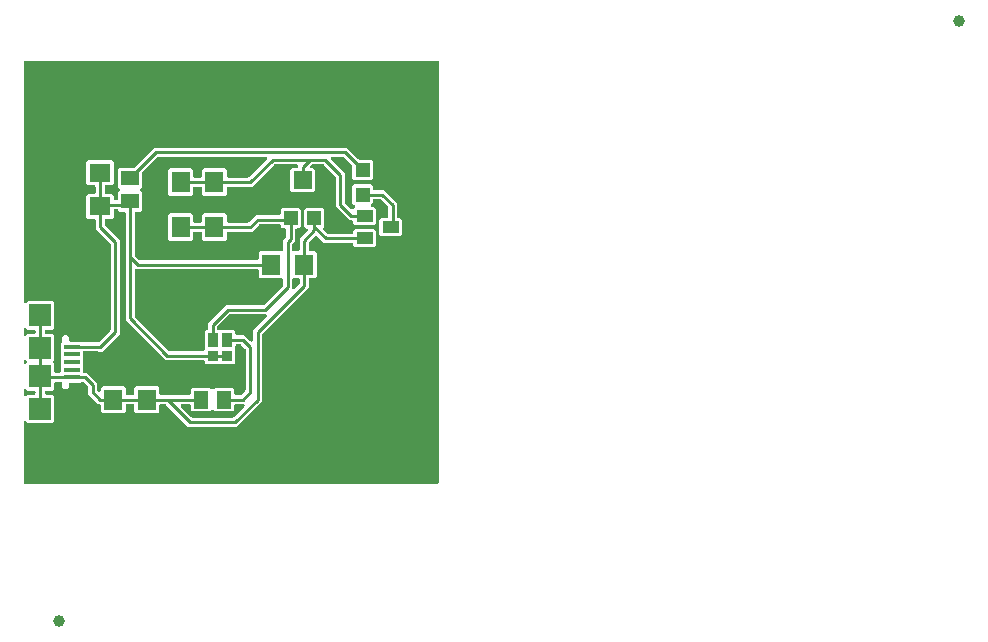
<source format=gtl>
G04 EAGLE Gerber RS-274X export*
G75*
%MOMM*%
%FSLAX34Y34*%
%LPD*%
%INTop Copper*%
%IPPOS*%
%AMOC8*
5,1,8,0,0,1.08239X$1,22.5*%
G01*
%ADD10C,1.000000*%
%ADD11R,0.850000X0.950000*%
%ADD12R,0.850000X1.150000*%
%ADD13R,0.970000X1.150000*%
%ADD14R,0.970000X0.950000*%
%ADD15R,1.300000X1.500000*%
%ADD16R,1.600000X1.800000*%
%ADD17R,1.200000X1.200000*%
%ADD18R,1.600000X1.500000*%
%ADD19R,1.400000X1.000000*%
%ADD20R,1.500000X1.300000*%
%ADD21R,1.346200X0.381000*%
%ADD22R,1.900000X1.900000*%
%ADD23R,1.600000X1.803000*%
%ADD24R,1.803000X1.600000*%
%ADD25C,0.254000*%

G36*
X355718Y151146D02*
X355718Y151146D01*
X355837Y151153D01*
X355875Y151166D01*
X355916Y151171D01*
X356026Y151214D01*
X356139Y151251D01*
X356174Y151273D01*
X356211Y151288D01*
X356307Y151358D01*
X356408Y151421D01*
X356436Y151451D01*
X356469Y151474D01*
X356545Y151566D01*
X356626Y151653D01*
X356646Y151688D01*
X356671Y151719D01*
X356722Y151827D01*
X356780Y151931D01*
X356790Y151971D01*
X356807Y152007D01*
X356829Y152124D01*
X356859Y152239D01*
X356863Y152300D01*
X356867Y152320D01*
X356865Y152340D01*
X356869Y152400D01*
X356869Y508000D01*
X356854Y508118D01*
X356847Y508237D01*
X356834Y508275D01*
X356829Y508316D01*
X356786Y508426D01*
X356749Y508539D01*
X356727Y508574D01*
X356712Y508611D01*
X356643Y508707D01*
X356579Y508808D01*
X356549Y508836D01*
X356526Y508869D01*
X356434Y508945D01*
X356347Y509026D01*
X356312Y509046D01*
X356281Y509071D01*
X356173Y509122D01*
X356069Y509180D01*
X356029Y509190D01*
X355993Y509207D01*
X355876Y509229D01*
X355761Y509259D01*
X355701Y509263D01*
X355681Y509267D01*
X355660Y509265D01*
X355600Y509269D01*
X6350Y509269D01*
X6232Y509254D01*
X6113Y509247D01*
X6075Y509234D01*
X6034Y509229D01*
X5924Y509186D01*
X5811Y509149D01*
X5776Y509127D01*
X5739Y509112D01*
X5643Y509043D01*
X5542Y508979D01*
X5514Y508949D01*
X5481Y508926D01*
X5406Y508834D01*
X5324Y508747D01*
X5304Y508712D01*
X5279Y508681D01*
X5228Y508573D01*
X5170Y508469D01*
X5160Y508429D01*
X5143Y508393D01*
X5121Y508276D01*
X5091Y508161D01*
X5087Y508101D01*
X5083Y508081D01*
X5085Y508060D01*
X5081Y508000D01*
X5081Y305188D01*
X5098Y305050D01*
X5111Y304912D01*
X5118Y304893D01*
X5121Y304873D01*
X5172Y304743D01*
X5219Y304613D01*
X5230Y304596D01*
X5238Y304577D01*
X5319Y304464D01*
X5397Y304349D01*
X5413Y304336D01*
X5424Y304320D01*
X5532Y304231D01*
X5636Y304139D01*
X5654Y304130D01*
X5669Y304117D01*
X5795Y304058D01*
X5919Y303994D01*
X5939Y303990D01*
X5957Y303981D01*
X6094Y303955D01*
X6229Y303925D01*
X6250Y303925D01*
X6270Y303921D01*
X6408Y303930D01*
X6547Y303934D01*
X6567Y303940D01*
X6587Y303941D01*
X6719Y303984D01*
X6853Y304023D01*
X6870Y304033D01*
X6889Y304039D01*
X7007Y304114D01*
X7127Y304184D01*
X7148Y304203D01*
X7158Y304209D01*
X7172Y304224D01*
X7248Y304291D01*
X8498Y305541D01*
X29602Y305541D01*
X31091Y304052D01*
X31091Y282948D01*
X29602Y281459D01*
X24130Y281459D01*
X24012Y281444D01*
X23893Y281437D01*
X23855Y281424D01*
X23814Y281419D01*
X23704Y281376D01*
X23591Y281339D01*
X23556Y281317D01*
X23519Y281302D01*
X23423Y281233D01*
X23322Y281169D01*
X23294Y281139D01*
X23261Y281116D01*
X23185Y281024D01*
X23104Y280937D01*
X23084Y280902D01*
X23059Y280871D01*
X23008Y280763D01*
X22950Y280659D01*
X22940Y280619D01*
X22923Y280583D01*
X22901Y280466D01*
X22871Y280351D01*
X22867Y280291D01*
X22863Y280271D01*
X22865Y280250D01*
X22861Y280190D01*
X22861Y279310D01*
X22876Y279192D01*
X22883Y279073D01*
X22896Y279035D01*
X22901Y278994D01*
X22944Y278884D01*
X22981Y278771D01*
X23003Y278736D01*
X23018Y278699D01*
X23087Y278603D01*
X23151Y278502D01*
X23181Y278474D01*
X23204Y278441D01*
X23296Y278365D01*
X23383Y278284D01*
X23418Y278264D01*
X23449Y278239D01*
X23557Y278188D01*
X23661Y278130D01*
X23701Y278120D01*
X23737Y278103D01*
X23854Y278081D01*
X23969Y278051D01*
X24029Y278047D01*
X24049Y278043D01*
X24070Y278045D01*
X24130Y278041D01*
X29602Y278041D01*
X31091Y276552D01*
X31091Y255448D01*
X30541Y254898D01*
X30468Y254804D01*
X30389Y254714D01*
X30371Y254678D01*
X30346Y254646D01*
X30298Y254537D01*
X30244Y254431D01*
X30235Y254392D01*
X30219Y254354D01*
X30201Y254237D01*
X30175Y254121D01*
X30176Y254080D01*
X30170Y254040D01*
X30181Y253922D01*
X30184Y253803D01*
X30196Y253764D01*
X30199Y253724D01*
X30240Y253611D01*
X30273Y253497D01*
X30293Y253463D01*
X30307Y253424D01*
X30374Y253326D01*
X30434Y253223D01*
X30474Y253178D01*
X30486Y253161D01*
X30501Y253148D01*
X30541Y253103D01*
X31091Y252552D01*
X31091Y246080D01*
X31106Y245962D01*
X31113Y245843D01*
X31126Y245805D01*
X31131Y245764D01*
X31174Y245654D01*
X31211Y245541D01*
X31233Y245506D01*
X31248Y245469D01*
X31317Y245373D01*
X31381Y245272D01*
X31411Y245244D01*
X31434Y245211D01*
X31526Y245135D01*
X31613Y245054D01*
X31648Y245034D01*
X31679Y245009D01*
X31787Y244958D01*
X31891Y244900D01*
X31931Y244890D01*
X31967Y244873D01*
X32084Y244851D01*
X32199Y244821D01*
X32259Y244817D01*
X32279Y244813D01*
X32300Y244815D01*
X32360Y244811D01*
X35259Y244811D01*
X35377Y244826D01*
X35496Y244833D01*
X35534Y244846D01*
X35575Y244851D01*
X35685Y244894D01*
X35798Y244931D01*
X35833Y244953D01*
X35870Y244968D01*
X35966Y245037D01*
X36067Y245101D01*
X36095Y245131D01*
X36128Y245154D01*
X36204Y245246D01*
X36285Y245333D01*
X36305Y245368D01*
X36330Y245399D01*
X36381Y245507D01*
X36439Y245611D01*
X36449Y245651D01*
X36466Y245687D01*
X36488Y245804D01*
X36518Y245919D01*
X36522Y245979D01*
X36526Y245999D01*
X36524Y246020D01*
X36528Y246080D01*
X36528Y269957D01*
X37716Y271145D01*
X37789Y271239D01*
X37867Y271328D01*
X37886Y271364D01*
X37911Y271396D01*
X37958Y271505D01*
X38012Y271611D01*
X38021Y271651D01*
X38037Y271688D01*
X38056Y271806D01*
X38082Y271922D01*
X38080Y271962D01*
X38087Y272002D01*
X38076Y272121D01*
X38072Y272240D01*
X38061Y272278D01*
X38057Y272319D01*
X38017Y272431D01*
X37984Y272545D01*
X37963Y272580D01*
X37949Y272618D01*
X37883Y272716D01*
X37822Y272819D01*
X37796Y272848D01*
X37796Y275141D01*
X39409Y276754D01*
X41691Y276754D01*
X43304Y275141D01*
X43304Y272715D01*
X43319Y272597D01*
X43326Y272478D01*
X43339Y272440D01*
X43344Y272399D01*
X43387Y272289D01*
X43424Y272176D01*
X43446Y272141D01*
X43461Y272104D01*
X43531Y272008D01*
X43594Y271907D01*
X43624Y271879D01*
X43648Y271846D01*
X43739Y271770D01*
X43826Y271689D01*
X43861Y271669D01*
X43892Y271644D01*
X44000Y271593D01*
X44104Y271535D01*
X44144Y271525D01*
X44180Y271508D01*
X44297Y271486D01*
X44412Y271456D01*
X44473Y271452D01*
X44493Y271448D01*
X44513Y271450D01*
X44573Y271446D01*
X53583Y271446D01*
X53847Y271182D01*
X53925Y271122D01*
X53997Y271054D01*
X54050Y271025D01*
X54098Y270988D01*
X54189Y270948D01*
X54276Y270900D01*
X54334Y270885D01*
X54390Y270861D01*
X54488Y270846D01*
X54583Y270821D01*
X54684Y270815D01*
X54704Y270811D01*
X54716Y270813D01*
X54744Y270811D01*
X68046Y270811D01*
X68144Y270823D01*
X68243Y270826D01*
X68301Y270843D01*
X68361Y270851D01*
X68453Y270887D01*
X68549Y270915D01*
X68601Y270945D01*
X68657Y270968D01*
X68737Y271026D01*
X68822Y271076D01*
X68898Y271142D01*
X68914Y271154D01*
X68922Y271164D01*
X68943Y271182D01*
X78368Y280607D01*
X78428Y280685D01*
X78496Y280757D01*
X78525Y280810D01*
X78562Y280858D01*
X78602Y280949D01*
X78650Y281036D01*
X78665Y281094D01*
X78689Y281150D01*
X78704Y281248D01*
X78729Y281344D01*
X78735Y281444D01*
X78739Y281464D01*
X78737Y281476D01*
X78739Y281504D01*
X78739Y353496D01*
X78727Y353594D01*
X78724Y353693D01*
X78707Y353751D01*
X78699Y353811D01*
X78663Y353903D01*
X78635Y353999D01*
X78605Y354051D01*
X78582Y354107D01*
X78524Y354187D01*
X78474Y354272D01*
X78408Y354348D01*
X78396Y354364D01*
X78386Y354372D01*
X78368Y354393D01*
X66039Y366722D01*
X66039Y374020D01*
X66024Y374138D01*
X66017Y374257D01*
X66004Y374295D01*
X65999Y374336D01*
X65956Y374446D01*
X65919Y374559D01*
X65897Y374594D01*
X65882Y374631D01*
X65813Y374727D01*
X65749Y374828D01*
X65719Y374856D01*
X65696Y374889D01*
X65604Y374965D01*
X65517Y375046D01*
X65482Y375066D01*
X65451Y375091D01*
X65343Y375142D01*
X65239Y375200D01*
X65199Y375210D01*
X65163Y375227D01*
X65046Y375249D01*
X64931Y375279D01*
X64871Y375283D01*
X64851Y375287D01*
X64830Y375285D01*
X64770Y375289D01*
X59783Y375289D01*
X58294Y376778D01*
X58294Y394882D01*
X59783Y396371D01*
X64770Y396371D01*
X64888Y396386D01*
X65007Y396393D01*
X65045Y396406D01*
X65086Y396411D01*
X65196Y396454D01*
X65309Y396491D01*
X65344Y396513D01*
X65381Y396528D01*
X65477Y396597D01*
X65578Y396661D01*
X65606Y396691D01*
X65639Y396714D01*
X65715Y396806D01*
X65796Y396893D01*
X65816Y396928D01*
X65841Y396959D01*
X65892Y397067D01*
X65950Y397171D01*
X65960Y397211D01*
X65977Y397247D01*
X65999Y397364D01*
X66029Y397479D01*
X66033Y397539D01*
X66037Y397559D01*
X66035Y397580D01*
X66039Y397640D01*
X66039Y402460D01*
X66024Y402578D01*
X66017Y402697D01*
X66005Y402735D01*
X65999Y402776D01*
X65956Y402886D01*
X65919Y402999D01*
X65897Y403034D01*
X65882Y403071D01*
X65813Y403167D01*
X65749Y403268D01*
X65719Y403296D01*
X65696Y403329D01*
X65604Y403405D01*
X65517Y403486D01*
X65482Y403506D01*
X65451Y403531D01*
X65343Y403582D01*
X65239Y403640D01*
X65199Y403650D01*
X65163Y403667D01*
X65046Y403689D01*
X64931Y403719D01*
X64871Y403723D01*
X64851Y403727D01*
X64830Y403725D01*
X64770Y403729D01*
X59783Y403729D01*
X58294Y405218D01*
X58294Y423322D01*
X59783Y424811D01*
X79917Y424811D01*
X81406Y423322D01*
X81406Y405218D01*
X79917Y403729D01*
X74930Y403729D01*
X74812Y403714D01*
X74693Y403707D01*
X74655Y403694D01*
X74614Y403689D01*
X74504Y403646D01*
X74391Y403609D01*
X74356Y403587D01*
X74319Y403572D01*
X74223Y403503D01*
X74122Y403439D01*
X74094Y403409D01*
X74061Y403386D01*
X73985Y403294D01*
X73904Y403207D01*
X73884Y403172D01*
X73859Y403141D01*
X73808Y403033D01*
X73750Y402929D01*
X73740Y402889D01*
X73723Y402853D01*
X73701Y402736D01*
X73671Y402621D01*
X73667Y402561D01*
X73663Y402541D01*
X73664Y402527D01*
X73663Y402523D01*
X73664Y402511D01*
X73661Y402460D01*
X73661Y397640D01*
X73676Y397522D01*
X73683Y397403D01*
X73696Y397365D01*
X73701Y397324D01*
X73744Y397214D01*
X73781Y397101D01*
X73803Y397066D01*
X73818Y397029D01*
X73887Y396933D01*
X73951Y396832D01*
X73981Y396804D01*
X74004Y396771D01*
X74096Y396695D01*
X74183Y396614D01*
X74218Y396594D01*
X74249Y396569D01*
X74357Y396518D01*
X74461Y396460D01*
X74501Y396450D01*
X74537Y396433D01*
X74654Y396411D01*
X74769Y396381D01*
X74829Y396377D01*
X74849Y396373D01*
X74870Y396375D01*
X74930Y396371D01*
X79917Y396371D01*
X81406Y394882D01*
X81406Y392430D01*
X81421Y392312D01*
X81428Y392193D01*
X81441Y392155D01*
X81446Y392114D01*
X81489Y392004D01*
X81526Y391891D01*
X81548Y391856D01*
X81563Y391819D01*
X81632Y391723D01*
X81696Y391622D01*
X81726Y391594D01*
X81749Y391561D01*
X81841Y391485D01*
X81928Y391404D01*
X81963Y391384D01*
X81994Y391359D01*
X82102Y391308D01*
X82206Y391250D01*
X82246Y391240D01*
X82282Y391223D01*
X82399Y391201D01*
X82514Y391171D01*
X82574Y391167D01*
X82594Y391163D01*
X82615Y391165D01*
X82675Y391161D01*
X83940Y391161D01*
X84058Y391176D01*
X84177Y391183D01*
X84215Y391196D01*
X84256Y391201D01*
X84366Y391244D01*
X84479Y391281D01*
X84514Y391303D01*
X84551Y391318D01*
X84647Y391387D01*
X84748Y391451D01*
X84776Y391481D01*
X84809Y391504D01*
X84885Y391596D01*
X84966Y391683D01*
X84986Y391718D01*
X85011Y391749D01*
X85062Y391857D01*
X85120Y391961D01*
X85130Y392001D01*
X85147Y392037D01*
X85169Y392154D01*
X85199Y392269D01*
X85203Y392329D01*
X85207Y392349D01*
X85205Y392370D01*
X85209Y392430D01*
X85209Y398102D01*
X86259Y399153D01*
X86332Y399247D01*
X86411Y399336D01*
X86429Y399372D01*
X86454Y399404D01*
X86502Y399513D01*
X86556Y399619D01*
X86565Y399658D01*
X86581Y399696D01*
X86599Y399813D01*
X86625Y399929D01*
X86624Y399970D01*
X86630Y400010D01*
X86619Y400128D01*
X86616Y400247D01*
X86604Y400286D01*
X86601Y400326D01*
X86560Y400438D01*
X86527Y400553D01*
X86507Y400588D01*
X86493Y400626D01*
X86426Y400724D01*
X86366Y400827D01*
X86326Y400872D01*
X86314Y400889D01*
X86299Y400902D01*
X86259Y400948D01*
X85209Y401998D01*
X85209Y417102D01*
X86698Y418591D01*
X98376Y418591D01*
X98474Y418603D01*
X98573Y418606D01*
X98631Y418623D01*
X98691Y418631D01*
X98783Y418667D01*
X98879Y418695D01*
X98931Y418725D01*
X98987Y418748D01*
X99067Y418806D01*
X99152Y418856D01*
X99228Y418922D01*
X99244Y418934D01*
X99252Y418944D01*
X99273Y418962D01*
X113318Y433007D01*
X115922Y435611D01*
X278778Y435611D01*
X288577Y425812D01*
X288655Y425752D01*
X288727Y425684D01*
X288780Y425655D01*
X288828Y425618D01*
X288919Y425578D01*
X289006Y425530D01*
X289064Y425515D01*
X289120Y425491D01*
X289218Y425476D01*
X289314Y425451D01*
X289414Y425445D01*
X289434Y425441D01*
X289446Y425443D01*
X289474Y425441D01*
X299152Y425441D01*
X300641Y423952D01*
X300641Y409848D01*
X299152Y408359D01*
X285048Y408359D01*
X283559Y409848D01*
X283559Y419526D01*
X283547Y419624D01*
X283544Y419723D01*
X283527Y419781D01*
X283519Y419841D01*
X283483Y419933D01*
X283455Y420029D01*
X283425Y420081D01*
X283402Y420137D01*
X283344Y420217D01*
X283294Y420302D01*
X283228Y420378D01*
X283216Y420394D01*
X283206Y420402D01*
X283188Y420423D01*
X275993Y427618D01*
X275915Y427678D01*
X275843Y427746D01*
X275790Y427775D01*
X275742Y427812D01*
X275651Y427852D01*
X275564Y427900D01*
X275506Y427915D01*
X275450Y427939D01*
X275352Y427954D01*
X275256Y427979D01*
X275156Y427985D01*
X275136Y427989D01*
X275124Y427987D01*
X275096Y427989D01*
X266264Y427989D01*
X266127Y427972D01*
X265988Y427959D01*
X265969Y427952D01*
X265949Y427949D01*
X265820Y427898D01*
X265689Y427851D01*
X265672Y427840D01*
X265653Y427832D01*
X265541Y427751D01*
X265425Y427673D01*
X265412Y427657D01*
X265396Y427646D01*
X265307Y427538D01*
X265215Y427434D01*
X265206Y427416D01*
X265193Y427401D01*
X265134Y427275D01*
X265070Y427151D01*
X265066Y427131D01*
X265057Y427113D01*
X265031Y426977D01*
X265001Y426841D01*
X265001Y426820D01*
X264997Y426801D01*
X265006Y426662D01*
X265010Y426523D01*
X265016Y426503D01*
X265017Y426483D01*
X265060Y426351D01*
X265099Y426217D01*
X265109Y426200D01*
X265115Y426181D01*
X265190Y426063D01*
X265260Y425943D01*
X265279Y425922D01*
X265285Y425912D01*
X265300Y425898D01*
X265367Y425823D01*
X274257Y416932D01*
X276861Y414328D01*
X276861Y389454D01*
X276873Y389356D01*
X276876Y389257D01*
X276893Y389199D01*
X276901Y389139D01*
X276937Y389047D01*
X276965Y388951D01*
X276995Y388899D01*
X277018Y388843D01*
X277076Y388763D01*
X277126Y388678D01*
X277192Y388602D01*
X277204Y388586D01*
X277214Y388578D01*
X277232Y388557D01*
X282201Y383589D01*
X282295Y383516D01*
X282384Y383437D01*
X282420Y383419D01*
X282452Y383394D01*
X282561Y383346D01*
X282667Y383292D01*
X282706Y383283D01*
X282744Y383267D01*
X282861Y383249D01*
X282977Y383223D01*
X283018Y383224D01*
X283058Y383218D01*
X283176Y383229D01*
X283295Y383232D01*
X283334Y383244D01*
X283374Y383247D01*
X283487Y383288D01*
X283601Y383321D01*
X283636Y383341D01*
X283674Y383355D01*
X283772Y383422D01*
X283875Y383482D01*
X283920Y383522D01*
X283937Y383534D01*
X283950Y383549D01*
X283996Y383589D01*
X285599Y385193D01*
X285685Y385302D01*
X285773Y385409D01*
X285782Y385428D01*
X285794Y385444D01*
X285850Y385572D01*
X285909Y385697D01*
X285913Y385717D01*
X285921Y385736D01*
X285943Y385874D01*
X285969Y386010D01*
X285967Y386030D01*
X285971Y386050D01*
X285957Y386189D01*
X285949Y386327D01*
X285943Y386346D01*
X285941Y386366D01*
X285894Y386498D01*
X285851Y386629D01*
X285840Y386647D01*
X285833Y386666D01*
X285755Y386781D01*
X285681Y386898D01*
X285666Y386912D01*
X285655Y386929D01*
X285550Y387021D01*
X285449Y387116D01*
X285431Y387126D01*
X285416Y387139D01*
X285292Y387202D01*
X285171Y387270D01*
X285151Y387275D01*
X285133Y387284D01*
X285120Y387287D01*
X283559Y388848D01*
X283559Y402952D01*
X285048Y404441D01*
X299152Y404441D01*
X300641Y402952D01*
X300641Y400980D01*
X300656Y400862D01*
X300663Y400743D01*
X300676Y400705D01*
X300681Y400664D01*
X300724Y400554D01*
X300761Y400441D01*
X300783Y400406D01*
X300798Y400369D01*
X300867Y400273D01*
X300931Y400172D01*
X300961Y400144D01*
X300984Y400111D01*
X301076Y400035D01*
X301163Y399954D01*
X301198Y399934D01*
X301229Y399909D01*
X301337Y399858D01*
X301441Y399800D01*
X301481Y399790D01*
X301517Y399773D01*
X301634Y399751D01*
X301749Y399721D01*
X301809Y399717D01*
X301829Y399713D01*
X301850Y399715D01*
X301910Y399711D01*
X310528Y399711D01*
X321311Y388928D01*
X321311Y377110D01*
X321326Y376992D01*
X321333Y376873D01*
X321346Y376835D01*
X321351Y376794D01*
X321394Y376684D01*
X321431Y376571D01*
X321453Y376536D01*
X321468Y376499D01*
X321537Y376403D01*
X321601Y376302D01*
X321631Y376274D01*
X321654Y376241D01*
X321746Y376165D01*
X321833Y376084D01*
X321868Y376064D01*
X321899Y376039D01*
X322007Y375988D01*
X322111Y375930D01*
X322151Y375920D01*
X322187Y375903D01*
X322304Y375881D01*
X322419Y375851D01*
X322479Y375847D01*
X322499Y375843D01*
X322520Y375845D01*
X322580Y375841D01*
X323852Y375841D01*
X325341Y374352D01*
X325341Y362248D01*
X323852Y360759D01*
X307748Y360759D01*
X306259Y362248D01*
X306259Y374352D01*
X307748Y375841D01*
X312420Y375841D01*
X312538Y375856D01*
X312657Y375863D01*
X312695Y375876D01*
X312736Y375881D01*
X312846Y375924D01*
X312959Y375961D01*
X312994Y375983D01*
X313031Y375998D01*
X313127Y376067D01*
X313228Y376131D01*
X313256Y376161D01*
X313289Y376184D01*
X313365Y376276D01*
X313446Y376363D01*
X313466Y376398D01*
X313491Y376429D01*
X313542Y376537D01*
X313600Y376641D01*
X313610Y376681D01*
X313627Y376717D01*
X313649Y376834D01*
X313679Y376949D01*
X313683Y377009D01*
X313687Y377029D01*
X313685Y377050D01*
X313689Y377110D01*
X313689Y385246D01*
X313677Y385344D01*
X313674Y385443D01*
X313657Y385501D01*
X313649Y385561D01*
X313613Y385653D01*
X313585Y385749D01*
X313555Y385801D01*
X313532Y385857D01*
X313474Y385937D01*
X313424Y386022D01*
X313358Y386098D01*
X313346Y386114D01*
X313336Y386122D01*
X313318Y386143D01*
X307743Y391718D01*
X307665Y391778D01*
X307593Y391846D01*
X307540Y391875D01*
X307492Y391912D01*
X307401Y391952D01*
X307314Y392000D01*
X307256Y392015D01*
X307200Y392039D01*
X307102Y392054D01*
X307006Y392079D01*
X306906Y392085D01*
X306886Y392089D01*
X306874Y392087D01*
X306846Y392089D01*
X301910Y392089D01*
X301792Y392074D01*
X301673Y392067D01*
X301635Y392054D01*
X301594Y392049D01*
X301484Y392006D01*
X301371Y391969D01*
X301336Y391947D01*
X301299Y391932D01*
X301203Y391863D01*
X301102Y391799D01*
X301074Y391769D01*
X301041Y391746D01*
X300965Y391654D01*
X300884Y391567D01*
X300864Y391532D01*
X300839Y391501D01*
X300788Y391393D01*
X300730Y391289D01*
X300720Y391249D01*
X300703Y391213D01*
X300681Y391096D01*
X300651Y390981D01*
X300647Y390921D01*
X300643Y390901D01*
X300645Y390880D01*
X300641Y390820D01*
X300641Y388848D01*
X299301Y387507D01*
X299215Y387398D01*
X299127Y387291D01*
X299118Y387272D01*
X299106Y387256D01*
X299050Y387128D01*
X298991Y387003D01*
X298987Y386983D01*
X298979Y386964D01*
X298957Y386826D01*
X298931Y386690D01*
X298933Y386670D01*
X298929Y386650D01*
X298943Y386511D01*
X298951Y386373D01*
X298957Y386354D01*
X298959Y386334D01*
X299006Y386202D01*
X299049Y386071D01*
X299060Y386053D01*
X299067Y386034D01*
X299145Y385919D01*
X299219Y385802D01*
X299234Y385788D01*
X299245Y385771D01*
X299350Y385679D01*
X299451Y385584D01*
X299469Y385574D01*
X299484Y385561D01*
X299608Y385497D01*
X299729Y385430D01*
X299749Y385425D01*
X299767Y385416D01*
X299903Y385386D01*
X300037Y385351D01*
X300065Y385349D01*
X300077Y385346D01*
X300098Y385347D01*
X300198Y385341D01*
X301852Y385341D01*
X303341Y383852D01*
X303341Y371748D01*
X301852Y370259D01*
X285748Y370259D01*
X284259Y371748D01*
X284259Y372720D01*
X284244Y372838D01*
X284237Y372957D01*
X284224Y372995D01*
X284219Y373036D01*
X284176Y373146D01*
X284139Y373259D01*
X284117Y373294D01*
X284102Y373331D01*
X284033Y373427D01*
X283969Y373528D01*
X283939Y373556D01*
X283916Y373589D01*
X283824Y373665D01*
X283737Y373746D01*
X283702Y373766D01*
X283671Y373791D01*
X283563Y373842D01*
X283459Y373900D01*
X283419Y373910D01*
X283383Y373927D01*
X283266Y373949D01*
X283151Y373979D01*
X283091Y373983D01*
X283071Y373987D01*
X283050Y373985D01*
X282990Y373989D01*
X281022Y373989D01*
X269239Y385772D01*
X269239Y410646D01*
X269227Y410744D01*
X269224Y410843D01*
X269207Y410901D01*
X269199Y410961D01*
X269163Y411053D01*
X269135Y411149D01*
X269105Y411201D01*
X269082Y411257D01*
X269024Y411337D01*
X268974Y411422D01*
X268908Y411498D01*
X268896Y411514D01*
X268886Y411522D01*
X268868Y411543D01*
X259143Y421268D01*
X259065Y421328D01*
X258993Y421396D01*
X258940Y421425D01*
X258892Y421462D01*
X258801Y421502D01*
X258714Y421550D01*
X258656Y421565D01*
X258600Y421589D01*
X258502Y421604D01*
X258407Y421629D01*
X258306Y421635D01*
X258286Y421639D01*
X258274Y421637D01*
X258246Y421639D01*
X249754Y421639D01*
X249656Y421627D01*
X249557Y421624D01*
X249499Y421607D01*
X249439Y421599D01*
X249347Y421563D01*
X249251Y421535D01*
X249199Y421505D01*
X249143Y421482D01*
X249063Y421424D01*
X248978Y421374D01*
X248902Y421308D01*
X248886Y421296D01*
X248878Y421286D01*
X248857Y421268D01*
X247997Y420407D01*
X247911Y420298D01*
X247823Y420191D01*
X247814Y420172D01*
X247802Y420156D01*
X247746Y420028D01*
X247687Y419903D01*
X247683Y419883D01*
X247675Y419864D01*
X247653Y419726D01*
X247627Y419590D01*
X247629Y419570D01*
X247626Y419550D01*
X247639Y419411D01*
X247647Y419273D01*
X247653Y419254D01*
X247655Y419234D01*
X247703Y419102D01*
X247745Y418971D01*
X247756Y418953D01*
X247763Y418934D01*
X247841Y418819D01*
X247915Y418702D01*
X247930Y418688D01*
X247942Y418671D01*
X248046Y418579D01*
X248147Y418484D01*
X248165Y418474D01*
X248180Y418461D01*
X248304Y418397D01*
X248426Y418330D01*
X248445Y418325D01*
X248463Y418316D01*
X248599Y418286D01*
X248733Y418251D01*
X248762Y418249D01*
X248773Y418246D01*
X248794Y418247D01*
X248894Y418241D01*
X250352Y418241D01*
X251841Y416752D01*
X251841Y399648D01*
X250352Y398159D01*
X232248Y398159D01*
X230759Y399648D01*
X230759Y416752D01*
X232248Y418241D01*
X236220Y418241D01*
X236338Y418256D01*
X236457Y418263D01*
X236495Y418276D01*
X236536Y418281D01*
X236646Y418324D01*
X236759Y418361D01*
X236794Y418383D01*
X236831Y418398D01*
X236927Y418467D01*
X237028Y418531D01*
X237056Y418561D01*
X237089Y418584D01*
X237165Y418676D01*
X237246Y418763D01*
X237266Y418798D01*
X237291Y418829D01*
X237342Y418937D01*
X237400Y419041D01*
X237410Y419081D01*
X237427Y419117D01*
X237449Y419234D01*
X237479Y419349D01*
X237483Y419409D01*
X237487Y419429D01*
X237485Y419450D01*
X237489Y419510D01*
X237489Y420370D01*
X237474Y420488D01*
X237467Y420607D01*
X237454Y420645D01*
X237449Y420686D01*
X237406Y420796D01*
X237369Y420909D01*
X237347Y420944D01*
X237332Y420981D01*
X237263Y421077D01*
X237199Y421178D01*
X237169Y421206D01*
X237146Y421239D01*
X237054Y421315D01*
X236967Y421396D01*
X236932Y421416D01*
X236901Y421441D01*
X236793Y421492D01*
X236689Y421550D01*
X236649Y421560D01*
X236613Y421577D01*
X236496Y421599D01*
X236381Y421629D01*
X236321Y421633D01*
X236301Y421637D01*
X236280Y421635D01*
X236220Y421639D01*
X218004Y421639D01*
X217906Y421627D01*
X217807Y421624D01*
X217749Y421607D01*
X217689Y421599D01*
X217597Y421563D01*
X217501Y421535D01*
X217449Y421505D01*
X217393Y421482D01*
X217313Y421424D01*
X217228Y421374D01*
X217152Y421308D01*
X217136Y421296D01*
X217128Y421286D01*
X217107Y421268D01*
X198428Y402589D01*
X178430Y402589D01*
X178312Y402574D01*
X178193Y402567D01*
X178155Y402554D01*
X178114Y402549D01*
X178004Y402506D01*
X177891Y402469D01*
X177856Y402447D01*
X177819Y402432D01*
X177723Y402363D01*
X177622Y402299D01*
X177594Y402269D01*
X177561Y402246D01*
X177485Y402154D01*
X177404Y402067D01*
X177384Y402032D01*
X177359Y402001D01*
X177308Y401893D01*
X177250Y401789D01*
X177240Y401749D01*
X177223Y401713D01*
X177201Y401596D01*
X177171Y401481D01*
X177167Y401421D01*
X177163Y401401D01*
X177165Y401380D01*
X177161Y401320D01*
X177161Y396333D01*
X175672Y394844D01*
X157568Y394844D01*
X156079Y396333D01*
X156079Y401320D01*
X156064Y401438D01*
X156057Y401557D01*
X156044Y401595D01*
X156039Y401636D01*
X155996Y401746D01*
X155959Y401859D01*
X155937Y401894D01*
X155922Y401931D01*
X155853Y402027D01*
X155789Y402128D01*
X155759Y402156D01*
X155736Y402189D01*
X155644Y402265D01*
X155557Y402346D01*
X155522Y402366D01*
X155491Y402391D01*
X155383Y402442D01*
X155279Y402500D01*
X155239Y402510D01*
X155203Y402527D01*
X155086Y402549D01*
X154971Y402579D01*
X154911Y402583D01*
X154891Y402587D01*
X154870Y402585D01*
X154810Y402589D01*
X149990Y402589D01*
X149872Y402574D01*
X149753Y402567D01*
X149715Y402554D01*
X149674Y402549D01*
X149564Y402506D01*
X149451Y402469D01*
X149416Y402447D01*
X149379Y402432D01*
X149283Y402363D01*
X149182Y402299D01*
X149154Y402269D01*
X149121Y402246D01*
X149045Y402154D01*
X148964Y402067D01*
X148944Y402032D01*
X148919Y402001D01*
X148868Y401893D01*
X148810Y401789D01*
X148800Y401749D01*
X148783Y401713D01*
X148761Y401596D01*
X148731Y401481D01*
X148727Y401421D01*
X148723Y401401D01*
X148725Y401380D01*
X148721Y401320D01*
X148721Y396333D01*
X147232Y394844D01*
X129128Y394844D01*
X127639Y396333D01*
X127639Y416467D01*
X129128Y417956D01*
X147232Y417956D01*
X148721Y416467D01*
X148721Y411480D01*
X148736Y411362D01*
X148743Y411243D01*
X148756Y411205D01*
X148761Y411164D01*
X148804Y411054D01*
X148841Y410941D01*
X148863Y410906D01*
X148878Y410869D01*
X148947Y410773D01*
X149011Y410672D01*
X149041Y410644D01*
X149064Y410611D01*
X149156Y410535D01*
X149243Y410454D01*
X149278Y410434D01*
X149309Y410409D01*
X149417Y410358D01*
X149521Y410300D01*
X149561Y410290D01*
X149597Y410273D01*
X149714Y410251D01*
X149829Y410221D01*
X149889Y410217D01*
X149909Y410213D01*
X149930Y410215D01*
X149990Y410211D01*
X154810Y410211D01*
X154928Y410226D01*
X155047Y410233D01*
X155085Y410246D01*
X155126Y410251D01*
X155236Y410294D01*
X155349Y410331D01*
X155384Y410353D01*
X155421Y410368D01*
X155517Y410437D01*
X155618Y410501D01*
X155646Y410531D01*
X155679Y410554D01*
X155755Y410646D01*
X155836Y410733D01*
X155856Y410768D01*
X155881Y410799D01*
X155932Y410907D01*
X155990Y411011D01*
X156000Y411051D01*
X156017Y411087D01*
X156039Y411204D01*
X156069Y411319D01*
X156073Y411379D01*
X156077Y411399D01*
X156075Y411420D01*
X156079Y411480D01*
X156079Y416467D01*
X157568Y417956D01*
X175672Y417956D01*
X177161Y416467D01*
X177161Y411480D01*
X177176Y411362D01*
X177183Y411243D01*
X177196Y411205D01*
X177201Y411164D01*
X177244Y411054D01*
X177281Y410941D01*
X177303Y410906D01*
X177318Y410869D01*
X177387Y410773D01*
X177451Y410672D01*
X177481Y410644D01*
X177504Y410611D01*
X177596Y410535D01*
X177683Y410454D01*
X177718Y410434D01*
X177749Y410409D01*
X177857Y410358D01*
X177961Y410300D01*
X178001Y410290D01*
X178037Y410273D01*
X178154Y410251D01*
X178269Y410221D01*
X178329Y410217D01*
X178349Y410213D01*
X178370Y410215D01*
X178430Y410211D01*
X194746Y410211D01*
X194844Y410223D01*
X194943Y410226D01*
X195001Y410243D01*
X195061Y410251D01*
X195153Y410287D01*
X195249Y410315D01*
X195301Y410345D01*
X195357Y410368D01*
X195437Y410426D01*
X195522Y410476D01*
X195598Y410542D01*
X195614Y410554D01*
X195622Y410564D01*
X195643Y410582D01*
X210883Y425823D01*
X210969Y425932D01*
X211057Y426039D01*
X211066Y426058D01*
X211078Y426074D01*
X211134Y426202D01*
X211193Y426327D01*
X211197Y426347D01*
X211205Y426366D01*
X211227Y426504D01*
X211253Y426640D01*
X211251Y426660D01*
X211254Y426680D01*
X211241Y426819D01*
X211233Y426957D01*
X211227Y426976D01*
X211225Y426996D01*
X211177Y427128D01*
X211135Y427259D01*
X211124Y427277D01*
X211117Y427296D01*
X211039Y427411D01*
X210965Y427528D01*
X210950Y427542D01*
X210938Y427559D01*
X210834Y427651D01*
X210733Y427746D01*
X210715Y427756D01*
X210700Y427769D01*
X210576Y427832D01*
X210454Y427900D01*
X210435Y427905D01*
X210417Y427914D01*
X210281Y427944D01*
X210147Y427979D01*
X210118Y427981D01*
X210107Y427984D01*
X210086Y427983D01*
X209986Y427989D01*
X119604Y427989D01*
X119506Y427977D01*
X119407Y427974D01*
X119349Y427957D01*
X119289Y427949D01*
X119197Y427913D01*
X119101Y427885D01*
X119049Y427855D01*
X118993Y427832D01*
X118913Y427774D01*
X118828Y427724D01*
X118752Y427658D01*
X118736Y427646D01*
X118728Y427636D01*
X118707Y427618D01*
X105662Y414573D01*
X105602Y414495D01*
X105534Y414423D01*
X105505Y414370D01*
X105468Y414322D01*
X105428Y414231D01*
X105380Y414144D01*
X105365Y414086D01*
X105341Y414030D01*
X105326Y413932D01*
X105301Y413837D01*
X105295Y413736D01*
X105291Y413716D01*
X105293Y413704D01*
X105291Y413676D01*
X105291Y401998D01*
X104241Y400948D01*
X104168Y400853D01*
X104089Y400764D01*
X104070Y400728D01*
X104046Y400696D01*
X103998Y400587D01*
X103944Y400481D01*
X103935Y400442D01*
X103919Y400404D01*
X103901Y400287D01*
X103875Y400171D01*
X103876Y400130D01*
X103870Y400090D01*
X103881Y399972D01*
X103884Y399853D01*
X103896Y399814D01*
X103899Y399774D01*
X103940Y399661D01*
X103973Y399547D01*
X103993Y399513D01*
X104007Y399474D01*
X104074Y399376D01*
X104134Y399273D01*
X104174Y399228D01*
X104186Y399211D01*
X104201Y399198D01*
X104241Y399153D01*
X105291Y398102D01*
X105291Y382998D01*
X103802Y381509D01*
X100330Y381509D01*
X100212Y381494D01*
X100093Y381487D01*
X100055Y381474D01*
X100014Y381469D01*
X99904Y381426D01*
X99791Y381389D01*
X99756Y381367D01*
X99719Y381352D01*
X99623Y381283D01*
X99522Y381219D01*
X99494Y381189D01*
X99461Y381166D01*
X99385Y381074D01*
X99304Y380987D01*
X99284Y380952D01*
X99259Y380921D01*
X99208Y380813D01*
X99150Y380709D01*
X99140Y380669D01*
X99123Y380633D01*
X99101Y380516D01*
X99071Y380401D01*
X99067Y380341D01*
X99063Y380321D01*
X99065Y380300D01*
X99061Y380240D01*
X99061Y345004D01*
X99073Y344906D01*
X99076Y344807D01*
X99093Y344749D01*
X99101Y344689D01*
X99137Y344597D01*
X99165Y344501D01*
X99195Y344449D01*
X99218Y344393D01*
X99276Y344313D01*
X99326Y344228D01*
X99392Y344152D01*
X99404Y344136D01*
X99414Y344128D01*
X99432Y344107D01*
X102807Y340732D01*
X102885Y340672D01*
X102957Y340604D01*
X103010Y340575D01*
X103058Y340538D01*
X103149Y340498D01*
X103236Y340450D01*
X103294Y340435D01*
X103350Y340411D01*
X103448Y340396D01*
X103544Y340371D01*
X103644Y340365D01*
X103664Y340361D01*
X103676Y340363D01*
X103704Y340361D01*
X202790Y340361D01*
X202908Y340376D01*
X203027Y340383D01*
X203065Y340396D01*
X203106Y340401D01*
X203216Y340444D01*
X203329Y340481D01*
X203364Y340503D01*
X203401Y340518D01*
X203497Y340587D01*
X203598Y340651D01*
X203626Y340681D01*
X203659Y340704D01*
X203735Y340796D01*
X203816Y340883D01*
X203836Y340918D01*
X203861Y340949D01*
X203912Y341057D01*
X203970Y341161D01*
X203980Y341201D01*
X203997Y341237D01*
X204019Y341354D01*
X204049Y341469D01*
X204053Y341529D01*
X204057Y341549D01*
X204055Y341570D01*
X204059Y341630D01*
X204059Y346602D01*
X205548Y348091D01*
X223520Y348091D01*
X223638Y348106D01*
X223757Y348113D01*
X223795Y348126D01*
X223836Y348131D01*
X223946Y348174D01*
X224059Y348211D01*
X224094Y348233D01*
X224131Y348248D01*
X224227Y348317D01*
X224328Y348381D01*
X224356Y348411D01*
X224389Y348434D01*
X224465Y348526D01*
X224546Y348613D01*
X224566Y348648D01*
X224591Y348679D01*
X224642Y348787D01*
X224700Y348891D01*
X224710Y348931D01*
X224727Y348967D01*
X224749Y349084D01*
X224779Y349199D01*
X224783Y349259D01*
X224787Y349279D01*
X224785Y349300D01*
X224789Y349360D01*
X224789Y357178D01*
X227118Y359507D01*
X227178Y359585D01*
X227246Y359657D01*
X227275Y359710D01*
X227312Y359758D01*
X227352Y359849D01*
X227400Y359936D01*
X227415Y359994D01*
X227439Y360050D01*
X227454Y360148D01*
X227479Y360244D01*
X227485Y360344D01*
X227489Y360364D01*
X227487Y360376D01*
X227489Y360404D01*
X227489Y365890D01*
X227474Y366008D01*
X227467Y366127D01*
X227454Y366165D01*
X227449Y366206D01*
X227406Y366316D01*
X227369Y366429D01*
X227347Y366464D01*
X227332Y366501D01*
X227263Y366597D01*
X227199Y366698D01*
X227169Y366726D01*
X227146Y366759D01*
X227054Y366835D01*
X226967Y366916D01*
X226932Y366936D01*
X226901Y366961D01*
X226793Y367012D01*
X226689Y367070D01*
X226649Y367080D01*
X226613Y367097D01*
X226496Y367119D01*
X226381Y367149D01*
X226321Y367153D01*
X226301Y367157D01*
X226280Y367155D01*
X226220Y367159D01*
X224248Y367159D01*
X222759Y368648D01*
X222759Y369570D01*
X222744Y369688D01*
X222737Y369807D01*
X222724Y369845D01*
X222719Y369886D01*
X222676Y369996D01*
X222639Y370109D01*
X222617Y370144D01*
X222602Y370181D01*
X222533Y370277D01*
X222469Y370378D01*
X222439Y370406D01*
X222416Y370439D01*
X222324Y370515D01*
X222237Y370596D01*
X222202Y370616D01*
X222171Y370641D01*
X222063Y370692D01*
X221959Y370750D01*
X221919Y370760D01*
X221883Y370777D01*
X221766Y370799D01*
X221651Y370829D01*
X221591Y370833D01*
X221571Y370837D01*
X221550Y370835D01*
X221490Y370839D01*
X205304Y370839D01*
X205206Y370827D01*
X205107Y370824D01*
X205049Y370807D01*
X204989Y370799D01*
X204897Y370763D01*
X204801Y370735D01*
X204749Y370705D01*
X204693Y370682D01*
X204613Y370624D01*
X204528Y370574D01*
X204452Y370508D01*
X204436Y370496D01*
X204428Y370486D01*
X204407Y370468D01*
X198428Y364489D01*
X178430Y364489D01*
X178312Y364474D01*
X178193Y364467D01*
X178155Y364454D01*
X178114Y364449D01*
X178004Y364406D01*
X177891Y364369D01*
X177856Y364347D01*
X177819Y364332D01*
X177723Y364263D01*
X177622Y364199D01*
X177594Y364169D01*
X177561Y364146D01*
X177485Y364054D01*
X177404Y363967D01*
X177384Y363932D01*
X177359Y363901D01*
X177308Y363793D01*
X177250Y363689D01*
X177240Y363649D01*
X177223Y363613D01*
X177201Y363496D01*
X177171Y363381D01*
X177167Y363321D01*
X177163Y363301D01*
X177165Y363280D01*
X177161Y363220D01*
X177161Y358233D01*
X175672Y356744D01*
X157568Y356744D01*
X156079Y358233D01*
X156079Y363220D01*
X156064Y363338D01*
X156057Y363457D01*
X156044Y363495D01*
X156039Y363536D01*
X155996Y363646D01*
X155959Y363759D01*
X155937Y363794D01*
X155922Y363831D01*
X155853Y363927D01*
X155789Y364028D01*
X155759Y364056D01*
X155736Y364089D01*
X155644Y364165D01*
X155557Y364246D01*
X155522Y364266D01*
X155491Y364291D01*
X155383Y364342D01*
X155279Y364400D01*
X155239Y364410D01*
X155203Y364427D01*
X155086Y364449D01*
X154971Y364479D01*
X154911Y364483D01*
X154891Y364487D01*
X154870Y364485D01*
X154810Y364489D01*
X149990Y364489D01*
X149872Y364474D01*
X149753Y364467D01*
X149715Y364454D01*
X149674Y364449D01*
X149564Y364406D01*
X149451Y364369D01*
X149416Y364347D01*
X149379Y364332D01*
X149283Y364263D01*
X149182Y364199D01*
X149154Y364169D01*
X149121Y364146D01*
X149045Y364054D01*
X148964Y363967D01*
X148944Y363932D01*
X148919Y363901D01*
X148868Y363793D01*
X148810Y363689D01*
X148800Y363649D01*
X148783Y363613D01*
X148761Y363496D01*
X148731Y363381D01*
X148727Y363321D01*
X148723Y363301D01*
X148725Y363280D01*
X148721Y363220D01*
X148721Y358233D01*
X147232Y356744D01*
X129128Y356744D01*
X127639Y358233D01*
X127639Y378367D01*
X129128Y379856D01*
X147232Y379856D01*
X148721Y378367D01*
X148721Y373380D01*
X148736Y373262D01*
X148743Y373143D01*
X148756Y373105D01*
X148761Y373064D01*
X148804Y372954D01*
X148841Y372841D01*
X148863Y372806D01*
X148878Y372769D01*
X148947Y372673D01*
X149011Y372572D01*
X149041Y372544D01*
X149064Y372511D01*
X149156Y372435D01*
X149243Y372354D01*
X149278Y372334D01*
X149309Y372309D01*
X149417Y372258D01*
X149521Y372200D01*
X149561Y372190D01*
X149597Y372173D01*
X149714Y372151D01*
X149829Y372121D01*
X149889Y372117D01*
X149909Y372113D01*
X149930Y372115D01*
X149990Y372111D01*
X154810Y372111D01*
X154928Y372126D01*
X155047Y372133D01*
X155085Y372146D01*
X155126Y372151D01*
X155236Y372194D01*
X155349Y372231D01*
X155384Y372253D01*
X155421Y372268D01*
X155517Y372337D01*
X155618Y372401D01*
X155646Y372431D01*
X155679Y372454D01*
X155755Y372546D01*
X155836Y372633D01*
X155856Y372668D01*
X155881Y372699D01*
X155932Y372807D01*
X155990Y372911D01*
X156000Y372951D01*
X156017Y372987D01*
X156039Y373104D01*
X156069Y373219D01*
X156073Y373279D01*
X156077Y373299D01*
X156075Y373320D01*
X156079Y373380D01*
X156079Y378367D01*
X157568Y379856D01*
X175672Y379856D01*
X177161Y378367D01*
X177161Y373380D01*
X177176Y373262D01*
X177183Y373143D01*
X177196Y373105D01*
X177201Y373064D01*
X177244Y372954D01*
X177281Y372841D01*
X177303Y372806D01*
X177318Y372769D01*
X177387Y372673D01*
X177451Y372572D01*
X177481Y372544D01*
X177504Y372511D01*
X177596Y372435D01*
X177683Y372354D01*
X177718Y372334D01*
X177749Y372309D01*
X177857Y372258D01*
X177961Y372200D01*
X178001Y372190D01*
X178037Y372173D01*
X178154Y372151D01*
X178269Y372121D01*
X178329Y372117D01*
X178349Y372113D01*
X178370Y372115D01*
X178430Y372111D01*
X194746Y372111D01*
X194844Y372123D01*
X194943Y372126D01*
X195001Y372143D01*
X195061Y372151D01*
X195153Y372187D01*
X195249Y372215D01*
X195301Y372245D01*
X195357Y372268D01*
X195437Y372326D01*
X195522Y372376D01*
X195598Y372442D01*
X195614Y372454D01*
X195622Y372464D01*
X195643Y372482D01*
X201622Y378461D01*
X221490Y378461D01*
X221608Y378476D01*
X221727Y378483D01*
X221765Y378496D01*
X221806Y378501D01*
X221916Y378544D01*
X222029Y378581D01*
X222064Y378603D01*
X222101Y378618D01*
X222197Y378687D01*
X222298Y378751D01*
X222326Y378781D01*
X222359Y378804D01*
X222435Y378896D01*
X222516Y378983D01*
X222536Y379018D01*
X222561Y379049D01*
X222612Y379157D01*
X222670Y379261D01*
X222680Y379301D01*
X222697Y379337D01*
X222719Y379454D01*
X222749Y379569D01*
X222753Y379629D01*
X222757Y379649D01*
X222755Y379670D01*
X222759Y379730D01*
X222759Y382752D01*
X224248Y384241D01*
X238352Y384241D01*
X239841Y382752D01*
X239841Y368648D01*
X238352Y367159D01*
X236380Y367159D01*
X236262Y367144D01*
X236143Y367137D01*
X236105Y367124D01*
X236064Y367119D01*
X235954Y367076D01*
X235841Y367039D01*
X235806Y367017D01*
X235769Y367002D01*
X235673Y366933D01*
X235572Y366869D01*
X235544Y366839D01*
X235511Y366816D01*
X235435Y366724D01*
X235354Y366637D01*
X235334Y366602D01*
X235309Y366571D01*
X235258Y366463D01*
X235200Y366359D01*
X235190Y366319D01*
X235173Y366283D01*
X235151Y366166D01*
X235121Y366051D01*
X235117Y365991D01*
X235113Y365971D01*
X235115Y365950D01*
X235111Y365890D01*
X235111Y356722D01*
X232782Y354393D01*
X232722Y354315D01*
X232654Y354243D01*
X232625Y354190D01*
X232588Y354142D01*
X232548Y354051D01*
X232500Y353964D01*
X232485Y353906D01*
X232461Y353850D01*
X232446Y353752D01*
X232421Y353656D01*
X232415Y353556D01*
X232411Y353536D01*
X232413Y353524D01*
X232411Y353496D01*
X232411Y349360D01*
X232426Y349242D01*
X232433Y349123D01*
X232446Y349085D01*
X232451Y349044D01*
X232494Y348934D01*
X232531Y348821D01*
X232553Y348786D01*
X232568Y348749D01*
X232637Y348653D01*
X232701Y348552D01*
X232731Y348524D01*
X232754Y348491D01*
X232846Y348415D01*
X232933Y348334D01*
X232968Y348314D01*
X232999Y348289D01*
X233107Y348238D01*
X233211Y348180D01*
X233251Y348170D01*
X233287Y348153D01*
X233404Y348131D01*
X233519Y348101D01*
X233579Y348097D01*
X233599Y348093D01*
X233620Y348095D01*
X233680Y348091D01*
X237520Y348091D01*
X237638Y348106D01*
X237757Y348113D01*
X237795Y348126D01*
X237836Y348131D01*
X237946Y348174D01*
X238059Y348211D01*
X238094Y348233D01*
X238131Y348248D01*
X238227Y348317D01*
X238328Y348381D01*
X238356Y348411D01*
X238389Y348434D01*
X238465Y348526D01*
X238546Y348613D01*
X238566Y348648D01*
X238591Y348679D01*
X238642Y348787D01*
X238700Y348891D01*
X238710Y348931D01*
X238727Y348967D01*
X238749Y349084D01*
X238779Y349199D01*
X238783Y349259D01*
X238787Y349279D01*
X238785Y349300D01*
X238789Y349360D01*
X238789Y358478D01*
X245303Y364993D01*
X245389Y365102D01*
X245477Y365209D01*
X245486Y365228D01*
X245498Y365244D01*
X245554Y365372D01*
X245613Y365497D01*
X245617Y365517D01*
X245625Y365536D01*
X245647Y365674D01*
X245673Y365810D01*
X245671Y365830D01*
X245674Y365850D01*
X245661Y365989D01*
X245653Y366127D01*
X245647Y366146D01*
X245645Y366166D01*
X245597Y366298D01*
X245555Y366429D01*
X245544Y366447D01*
X245537Y366466D01*
X245459Y366581D01*
X245385Y366698D01*
X245370Y366712D01*
X245358Y366729D01*
X245254Y366821D01*
X245153Y366916D01*
X245135Y366926D01*
X245120Y366939D01*
X244996Y367003D01*
X244874Y367070D01*
X244855Y367075D01*
X244837Y367084D01*
X244701Y367114D01*
X244567Y367149D01*
X244538Y367151D01*
X244527Y367154D01*
X244506Y367153D01*
X244406Y367159D01*
X244248Y367159D01*
X242759Y368648D01*
X242759Y382752D01*
X244248Y384241D01*
X258352Y384241D01*
X259841Y382752D01*
X259841Y368648D01*
X258989Y367796D01*
X258916Y367702D01*
X258837Y367612D01*
X258826Y367591D01*
X258820Y367584D01*
X258813Y367569D01*
X258794Y367544D01*
X258746Y367435D01*
X258692Y367329D01*
X258685Y367298D01*
X258684Y367296D01*
X258683Y367289D01*
X258667Y367252D01*
X258649Y367135D01*
X258623Y367019D01*
X258624Y366978D01*
X258618Y366938D01*
X258629Y366820D01*
X258632Y366701D01*
X258644Y366662D01*
X258647Y366622D01*
X258688Y366509D01*
X258721Y366395D01*
X258741Y366361D01*
X258755Y366322D01*
X258822Y366224D01*
X258882Y366121D01*
X258922Y366076D01*
X258934Y366059D01*
X258949Y366046D01*
X258989Y366001D01*
X262007Y362982D01*
X262085Y362922D01*
X262157Y362854D01*
X262210Y362825D01*
X262258Y362788D01*
X262349Y362748D01*
X262436Y362700D01*
X262494Y362685D01*
X262550Y362661D01*
X262648Y362646D01*
X262744Y362621D01*
X262844Y362615D01*
X262864Y362611D01*
X262876Y362613D01*
X262904Y362611D01*
X282990Y362611D01*
X283108Y362626D01*
X283227Y362633D01*
X283265Y362646D01*
X283306Y362651D01*
X283416Y362694D01*
X283529Y362731D01*
X283564Y362753D01*
X283601Y362768D01*
X283697Y362837D01*
X283798Y362901D01*
X283826Y362931D01*
X283859Y362954D01*
X283935Y363046D01*
X284016Y363133D01*
X284036Y363168D01*
X284061Y363199D01*
X284112Y363307D01*
X284170Y363411D01*
X284180Y363451D01*
X284197Y363487D01*
X284219Y363604D01*
X284249Y363719D01*
X284253Y363779D01*
X284257Y363799D01*
X284255Y363820D01*
X284259Y363880D01*
X284259Y364852D01*
X285748Y366341D01*
X301852Y366341D01*
X303341Y364852D01*
X303341Y352748D01*
X301852Y351259D01*
X285748Y351259D01*
X284259Y352748D01*
X284259Y353720D01*
X284244Y353838D01*
X284237Y353957D01*
X284224Y353995D01*
X284219Y354036D01*
X284176Y354146D01*
X284139Y354259D01*
X284117Y354294D01*
X284102Y354331D01*
X284033Y354427D01*
X283969Y354528D01*
X283939Y354556D01*
X283916Y354589D01*
X283824Y354665D01*
X283737Y354746D01*
X283702Y354766D01*
X283671Y354791D01*
X283563Y354842D01*
X283459Y354900D01*
X283419Y354910D01*
X283383Y354927D01*
X283266Y354949D01*
X283151Y354979D01*
X283091Y354983D01*
X283071Y354987D01*
X283050Y354985D01*
X282990Y354989D01*
X259222Y354989D01*
X253547Y360663D01*
X253453Y360736D01*
X253364Y360815D01*
X253328Y360833D01*
X253296Y360858D01*
X253187Y360906D01*
X253081Y360960D01*
X253042Y360969D01*
X253004Y360985D01*
X252887Y361003D01*
X252771Y361029D01*
X252730Y361028D01*
X252690Y361034D01*
X252572Y361023D01*
X252453Y361020D01*
X252414Y361008D01*
X252374Y361005D01*
X252261Y360964D01*
X252147Y360931D01*
X252112Y360911D01*
X252074Y360897D01*
X251976Y360830D01*
X251873Y360770D01*
X251828Y360730D01*
X251811Y360718D01*
X251798Y360703D01*
X251752Y360663D01*
X246782Y355693D01*
X246722Y355615D01*
X246654Y355543D01*
X246625Y355490D01*
X246588Y355442D01*
X246548Y355351D01*
X246500Y355264D01*
X246485Y355206D01*
X246461Y355150D01*
X246446Y355052D01*
X246421Y354956D01*
X246415Y354856D01*
X246411Y354836D01*
X246413Y354824D01*
X246411Y354796D01*
X246411Y349360D01*
X246426Y349242D01*
X246433Y349123D01*
X246446Y349085D01*
X246451Y349044D01*
X246494Y348934D01*
X246531Y348821D01*
X246553Y348786D01*
X246568Y348749D01*
X246637Y348653D01*
X246701Y348552D01*
X246731Y348524D01*
X246754Y348491D01*
X246846Y348415D01*
X246933Y348334D01*
X246968Y348314D01*
X246999Y348289D01*
X247107Y348238D01*
X247211Y348180D01*
X247251Y348170D01*
X247287Y348153D01*
X247404Y348131D01*
X247519Y348101D01*
X247579Y348097D01*
X247599Y348093D01*
X247620Y348095D01*
X247680Y348091D01*
X251652Y348091D01*
X253141Y346602D01*
X253141Y326498D01*
X251652Y325009D01*
X247680Y325009D01*
X247562Y324994D01*
X247443Y324987D01*
X247405Y324974D01*
X247364Y324969D01*
X247254Y324926D01*
X247141Y324889D01*
X247106Y324867D01*
X247069Y324852D01*
X246973Y324783D01*
X246872Y324719D01*
X246844Y324689D01*
X246811Y324666D01*
X246735Y324574D01*
X246654Y324487D01*
X246634Y324452D01*
X246609Y324421D01*
X246558Y324313D01*
X246500Y324209D01*
X246490Y324169D01*
X246473Y324133D01*
X246451Y324016D01*
X246421Y323901D01*
X246417Y323841D01*
X246413Y323821D01*
X246415Y323800D01*
X246411Y323740D01*
X246411Y317222D01*
X207382Y278193D01*
X207322Y278115D01*
X207254Y278043D01*
X207225Y277990D01*
X207188Y277942D01*
X207148Y277851D01*
X207100Y277764D01*
X207085Y277706D01*
X207061Y277650D01*
X207046Y277552D01*
X207021Y277456D01*
X207015Y277356D01*
X207011Y277336D01*
X207013Y277324D01*
X207011Y277296D01*
X207011Y220672D01*
X185728Y199389D01*
X144472Y199389D01*
X125793Y218068D01*
X125715Y218128D01*
X125643Y218196D01*
X125590Y218225D01*
X125542Y218262D01*
X125451Y218302D01*
X125364Y218350D01*
X125306Y218365D01*
X125250Y218389D01*
X125152Y218404D01*
X125056Y218429D01*
X124956Y218435D01*
X124936Y218439D01*
X124924Y218437D01*
X124896Y218439D01*
X121280Y218439D01*
X121162Y218424D01*
X121043Y218417D01*
X121005Y218404D01*
X120964Y218399D01*
X120854Y218356D01*
X120741Y218319D01*
X120706Y218297D01*
X120669Y218282D01*
X120573Y218213D01*
X120472Y218149D01*
X120444Y218119D01*
X120411Y218096D01*
X120335Y218004D01*
X120254Y217917D01*
X120234Y217882D01*
X120209Y217851D01*
X120158Y217743D01*
X120100Y217639D01*
X120090Y217599D01*
X120073Y217563D01*
X120051Y217446D01*
X120021Y217331D01*
X120017Y217271D01*
X120013Y217251D01*
X120015Y217230D01*
X120013Y217213D01*
X120013Y217212D01*
X120013Y217211D01*
X120011Y217170D01*
X120011Y212183D01*
X118522Y210694D01*
X100418Y210694D01*
X98929Y212183D01*
X98929Y217170D01*
X98914Y217288D01*
X98907Y217407D01*
X98894Y217445D01*
X98889Y217486D01*
X98846Y217596D01*
X98809Y217709D01*
X98787Y217744D01*
X98772Y217781D01*
X98703Y217877D01*
X98639Y217978D01*
X98609Y218006D01*
X98586Y218039D01*
X98494Y218115D01*
X98407Y218196D01*
X98372Y218216D01*
X98341Y218241D01*
X98233Y218292D01*
X98129Y218350D01*
X98089Y218360D01*
X98053Y218377D01*
X97936Y218399D01*
X97821Y218429D01*
X97761Y218433D01*
X97741Y218437D01*
X97720Y218435D01*
X97660Y218439D01*
X92840Y218439D01*
X92722Y218424D01*
X92603Y218417D01*
X92565Y218404D01*
X92524Y218399D01*
X92414Y218356D01*
X92301Y218319D01*
X92266Y218297D01*
X92229Y218282D01*
X92133Y218213D01*
X92032Y218149D01*
X92004Y218119D01*
X91971Y218096D01*
X91895Y218004D01*
X91814Y217917D01*
X91794Y217882D01*
X91769Y217851D01*
X91718Y217743D01*
X91660Y217639D01*
X91650Y217599D01*
X91633Y217563D01*
X91611Y217446D01*
X91581Y217331D01*
X91577Y217271D01*
X91573Y217251D01*
X91575Y217230D01*
X91573Y217213D01*
X91573Y217212D01*
X91573Y217211D01*
X91571Y217170D01*
X91571Y212183D01*
X90082Y210694D01*
X71978Y210694D01*
X70489Y212183D01*
X70489Y217170D01*
X70474Y217288D01*
X70467Y217407D01*
X70454Y217445D01*
X70449Y217486D01*
X70406Y217596D01*
X70369Y217709D01*
X70347Y217744D01*
X70332Y217781D01*
X70263Y217877D01*
X70199Y217978D01*
X70169Y218006D01*
X70146Y218039D01*
X70054Y218115D01*
X69967Y218196D01*
X69932Y218216D01*
X69901Y218241D01*
X69793Y218292D01*
X69689Y218350D01*
X69649Y218360D01*
X69613Y218377D01*
X69496Y218399D01*
X69381Y218429D01*
X69321Y218433D01*
X69301Y218437D01*
X69280Y218435D01*
X69220Y218439D01*
X68272Y218439D01*
X65668Y221043D01*
X62293Y224418D01*
X59689Y227022D01*
X59689Y232846D01*
X59677Y232944D01*
X59674Y233043D01*
X59657Y233101D01*
X59649Y233161D01*
X59613Y233253D01*
X59585Y233349D01*
X59555Y233401D01*
X59532Y233457D01*
X59474Y233537D01*
X59424Y233622D01*
X59358Y233698D01*
X59346Y233714D01*
X59336Y233722D01*
X59318Y233743D01*
X55943Y237118D01*
X55865Y237178D01*
X55793Y237246D01*
X55771Y237258D01*
X55758Y237269D01*
X55727Y237285D01*
X55692Y237312D01*
X55601Y237352D01*
X55514Y237400D01*
X55491Y237406D01*
X55475Y237414D01*
X55439Y237422D01*
X55400Y237439D01*
X55302Y237454D01*
X55206Y237479D01*
X55176Y237481D01*
X55165Y237484D01*
X55145Y237483D01*
X55106Y237485D01*
X55086Y237489D01*
X55074Y237487D01*
X55046Y237489D01*
X55044Y237489D01*
X54946Y237477D01*
X54847Y237474D01*
X54807Y237462D01*
X54769Y237459D01*
X54751Y237452D01*
X54729Y237449D01*
X54637Y237413D01*
X54541Y237385D01*
X54504Y237363D01*
X54470Y237351D01*
X54456Y237341D01*
X54433Y237332D01*
X54353Y237274D01*
X54267Y237224D01*
X54217Y237179D01*
X54207Y237173D01*
X54199Y237164D01*
X54192Y237158D01*
X54176Y237146D01*
X54168Y237136D01*
X54147Y237117D01*
X53583Y236554D01*
X44573Y236554D01*
X44455Y236539D01*
X44336Y236532D01*
X44298Y236519D01*
X44258Y236514D01*
X44147Y236471D01*
X44034Y236434D01*
X43999Y236412D01*
X43962Y236397D01*
X43866Y236328D01*
X43765Y236264D01*
X43737Y236234D01*
X43704Y236211D01*
X43629Y236119D01*
X43547Y236032D01*
X43527Y235997D01*
X43502Y235966D01*
X43451Y235858D01*
X43393Y235754D01*
X43383Y235714D01*
X43366Y235678D01*
X43344Y235561D01*
X43314Y235446D01*
X43310Y235386D01*
X43306Y235366D01*
X43308Y235345D01*
X43304Y235285D01*
X43304Y232859D01*
X41691Y231246D01*
X39409Y231246D01*
X37796Y232859D01*
X37796Y235172D01*
X37852Y235239D01*
X37861Y235258D01*
X37873Y235274D01*
X37928Y235401D01*
X37987Y235527D01*
X37991Y235547D01*
X37999Y235566D01*
X38021Y235703D01*
X38047Y235840D01*
X38046Y235860D01*
X38049Y235880D01*
X38036Y236018D01*
X38028Y236157D01*
X38021Y236176D01*
X38019Y236196D01*
X37972Y236327D01*
X37929Y236459D01*
X37919Y236477D01*
X37912Y236496D01*
X37834Y236611D01*
X37759Y236728D01*
X37745Y236742D01*
X37733Y236759D01*
X37629Y236851D01*
X37528Y236946D01*
X37510Y236956D01*
X37495Y236969D01*
X37371Y237032D01*
X37249Y237100D01*
X37230Y237105D01*
X37212Y237114D01*
X37076Y237144D01*
X36941Y237179D01*
X36913Y237181D01*
X36901Y237184D01*
X36881Y237183D01*
X36781Y237189D01*
X32360Y237189D01*
X32242Y237174D01*
X32123Y237167D01*
X32085Y237154D01*
X32044Y237149D01*
X31934Y237106D01*
X31821Y237069D01*
X31786Y237047D01*
X31749Y237032D01*
X31653Y236963D01*
X31552Y236899D01*
X31524Y236869D01*
X31491Y236846D01*
X31415Y236754D01*
X31334Y236667D01*
X31314Y236632D01*
X31289Y236601D01*
X31238Y236493D01*
X31180Y236389D01*
X31170Y236349D01*
X31153Y236313D01*
X31131Y236196D01*
X31101Y236081D01*
X31097Y236021D01*
X31093Y236001D01*
X31095Y235980D01*
X31091Y235920D01*
X31091Y231448D01*
X29602Y229959D01*
X24130Y229959D01*
X24012Y229944D01*
X23893Y229937D01*
X23855Y229924D01*
X23814Y229919D01*
X23704Y229876D01*
X23591Y229839D01*
X23556Y229817D01*
X23519Y229802D01*
X23423Y229733D01*
X23322Y229669D01*
X23294Y229639D01*
X23261Y229616D01*
X23185Y229524D01*
X23104Y229437D01*
X23084Y229402D01*
X23059Y229371D01*
X23008Y229263D01*
X22950Y229159D01*
X22940Y229119D01*
X22923Y229083D01*
X22901Y228966D01*
X22871Y228851D01*
X22867Y228791D01*
X22863Y228771D01*
X22865Y228750D01*
X22861Y228690D01*
X22861Y227810D01*
X22876Y227692D01*
X22883Y227573D01*
X22896Y227535D01*
X22901Y227494D01*
X22944Y227384D01*
X22981Y227271D01*
X23003Y227236D01*
X23018Y227199D01*
X23087Y227103D01*
X23151Y227002D01*
X23181Y226974D01*
X23204Y226941D01*
X23296Y226865D01*
X23383Y226784D01*
X23418Y226764D01*
X23449Y226739D01*
X23557Y226688D01*
X23661Y226630D01*
X23701Y226620D01*
X23737Y226603D01*
X23854Y226581D01*
X23969Y226551D01*
X24029Y226547D01*
X24049Y226543D01*
X24070Y226545D01*
X24130Y226541D01*
X29602Y226541D01*
X31091Y225052D01*
X31091Y203948D01*
X29602Y202459D01*
X8498Y202459D01*
X7248Y203709D01*
X7138Y203795D01*
X7031Y203883D01*
X7012Y203892D01*
X6996Y203904D01*
X6868Y203960D01*
X6743Y204019D01*
X6723Y204023D01*
X6704Y204031D01*
X6566Y204053D01*
X6431Y204079D01*
X6410Y204077D01*
X6390Y204080D01*
X6251Y204067D01*
X6113Y204059D01*
X6094Y204053D01*
X6074Y204051D01*
X5942Y204003D01*
X5811Y203961D01*
X5793Y203950D01*
X5774Y203943D01*
X5659Y203865D01*
X5542Y203791D01*
X5528Y203776D01*
X5511Y203764D01*
X5419Y203660D01*
X5324Y203559D01*
X5314Y203541D01*
X5301Y203526D01*
X5237Y203402D01*
X5170Y203280D01*
X5165Y203261D01*
X5156Y203243D01*
X5126Y203106D01*
X5091Y202973D01*
X5089Y202944D01*
X5087Y202933D01*
X5087Y202912D01*
X5081Y202812D01*
X5081Y152400D01*
X5096Y152282D01*
X5103Y152163D01*
X5116Y152125D01*
X5121Y152084D01*
X5164Y151974D01*
X5201Y151861D01*
X5223Y151826D01*
X5238Y151789D01*
X5308Y151693D01*
X5371Y151592D01*
X5401Y151564D01*
X5424Y151531D01*
X5516Y151456D01*
X5603Y151374D01*
X5638Y151354D01*
X5669Y151329D01*
X5777Y151278D01*
X5881Y151220D01*
X5921Y151210D01*
X5957Y151193D01*
X6074Y151171D01*
X6189Y151141D01*
X6250Y151137D01*
X6270Y151133D01*
X6290Y151135D01*
X6350Y151131D01*
X355600Y151131D01*
X355718Y151146D01*
G37*
G36*
X157208Y263276D02*
X157208Y263276D01*
X157327Y263283D01*
X157365Y263296D01*
X157406Y263301D01*
X157516Y263344D01*
X157629Y263381D01*
X157664Y263403D01*
X157701Y263418D01*
X157797Y263487D01*
X157898Y263551D01*
X157926Y263581D01*
X157959Y263604D01*
X158035Y263696D01*
X158116Y263783D01*
X158136Y263818D01*
X158161Y263849D01*
X158212Y263957D01*
X158270Y264061D01*
X158280Y264101D01*
X158297Y264137D01*
X158319Y264254D01*
X158349Y264369D01*
X158353Y264429D01*
X158357Y264449D01*
X158355Y264470D01*
X158359Y264530D01*
X158359Y279752D01*
X159848Y281241D01*
X160020Y281241D01*
X160138Y281256D01*
X160257Y281263D01*
X160295Y281276D01*
X160336Y281281D01*
X160446Y281324D01*
X160559Y281361D01*
X160594Y281383D01*
X160631Y281398D01*
X160727Y281467D01*
X160828Y281531D01*
X160856Y281561D01*
X160889Y281584D01*
X160965Y281676D01*
X161046Y281763D01*
X161066Y281798D01*
X161091Y281829D01*
X161142Y281937D01*
X161200Y282041D01*
X161210Y282081D01*
X161227Y282117D01*
X161249Y282234D01*
X161279Y282349D01*
X161283Y282409D01*
X161287Y282429D01*
X161285Y282450D01*
X161289Y282510D01*
X161289Y287328D01*
X176222Y302261D01*
X207446Y302261D01*
X207544Y302273D01*
X207643Y302276D01*
X207701Y302293D01*
X207761Y302301D01*
X207853Y302337D01*
X207949Y302365D01*
X208001Y302395D01*
X208057Y302418D01*
X208137Y302476D01*
X208222Y302526D01*
X208298Y302592D01*
X208314Y302604D01*
X208322Y302614D01*
X208343Y302632D01*
X224418Y318707D01*
X224478Y318785D01*
X224546Y318857D01*
X224575Y318910D01*
X224612Y318958D01*
X224652Y319049D01*
X224700Y319136D01*
X224715Y319194D01*
X224739Y319250D01*
X224754Y319348D01*
X224779Y319444D01*
X224785Y319544D01*
X224789Y319564D01*
X224787Y319576D01*
X224789Y319604D01*
X224789Y323740D01*
X224774Y323858D01*
X224767Y323977D01*
X224754Y324015D01*
X224749Y324056D01*
X224706Y324166D01*
X224669Y324279D01*
X224647Y324314D01*
X224632Y324351D01*
X224563Y324447D01*
X224499Y324548D01*
X224469Y324576D01*
X224446Y324609D01*
X224354Y324685D01*
X224267Y324766D01*
X224232Y324786D01*
X224201Y324811D01*
X224093Y324862D01*
X223989Y324920D01*
X223949Y324930D01*
X223913Y324947D01*
X223796Y324969D01*
X223681Y324999D01*
X223621Y325003D01*
X223601Y325007D01*
X223580Y325005D01*
X223520Y325009D01*
X205548Y325009D01*
X204059Y326498D01*
X204059Y331470D01*
X204044Y331588D01*
X204037Y331707D01*
X204024Y331745D01*
X204019Y331786D01*
X203976Y331896D01*
X203939Y332009D01*
X203917Y332044D01*
X203902Y332081D01*
X203833Y332177D01*
X203769Y332278D01*
X203739Y332306D01*
X203716Y332339D01*
X203624Y332415D01*
X203537Y332496D01*
X203502Y332516D01*
X203471Y332541D01*
X203363Y332592D01*
X203259Y332650D01*
X203219Y332660D01*
X203183Y332677D01*
X203066Y332699D01*
X202951Y332729D01*
X202891Y332733D01*
X202871Y332737D01*
X202850Y332735D01*
X202790Y332739D01*
X100330Y332739D01*
X100212Y332724D01*
X100093Y332717D01*
X100055Y332704D01*
X100014Y332699D01*
X99904Y332656D01*
X99791Y332619D01*
X99756Y332597D01*
X99719Y332582D01*
X99623Y332513D01*
X99522Y332449D01*
X99494Y332419D01*
X99461Y332396D01*
X99385Y332304D01*
X99304Y332217D01*
X99284Y332182D01*
X99259Y332151D01*
X99208Y332043D01*
X99150Y331939D01*
X99140Y331899D01*
X99123Y331863D01*
X99101Y331746D01*
X99071Y331631D01*
X99067Y331571D01*
X99063Y331551D01*
X99065Y331530D01*
X99061Y331470D01*
X99061Y293154D01*
X99073Y293056D01*
X99076Y292957D01*
X99093Y292899D01*
X99101Y292839D01*
X99137Y292747D01*
X99165Y292651D01*
X99195Y292599D01*
X99218Y292543D01*
X99276Y292463D01*
X99326Y292378D01*
X99392Y292302D01*
X99404Y292286D01*
X99414Y292278D01*
X99432Y292257D01*
X128057Y263632D01*
X128135Y263572D01*
X128207Y263504D01*
X128260Y263475D01*
X128308Y263438D01*
X128399Y263398D01*
X128486Y263350D01*
X128544Y263335D01*
X128600Y263311D01*
X128698Y263296D01*
X128794Y263271D01*
X128894Y263265D01*
X128914Y263261D01*
X128926Y263263D01*
X128954Y263261D01*
X157090Y263261D01*
X157208Y263276D01*
G37*
G36*
X97778Y226076D02*
X97778Y226076D01*
X97897Y226083D01*
X97935Y226096D01*
X97976Y226101D01*
X98086Y226144D01*
X98199Y226181D01*
X98234Y226203D01*
X98271Y226218D01*
X98367Y226287D01*
X98468Y226351D01*
X98496Y226381D01*
X98529Y226404D01*
X98605Y226496D01*
X98686Y226583D01*
X98706Y226618D01*
X98731Y226649D01*
X98782Y226757D01*
X98840Y226861D01*
X98850Y226901D01*
X98867Y226937D01*
X98889Y227054D01*
X98919Y227169D01*
X98923Y227229D01*
X98927Y227249D01*
X98925Y227270D01*
X98929Y227330D01*
X98929Y232317D01*
X100418Y233806D01*
X118522Y233806D01*
X120011Y232317D01*
X120011Y227330D01*
X120026Y227212D01*
X120033Y227093D01*
X120046Y227055D01*
X120051Y227014D01*
X120094Y226904D01*
X120131Y226791D01*
X120153Y226756D01*
X120168Y226719D01*
X120237Y226623D01*
X120301Y226522D01*
X120331Y226494D01*
X120354Y226461D01*
X120446Y226385D01*
X120533Y226304D01*
X120568Y226284D01*
X120599Y226259D01*
X120707Y226208D01*
X120811Y226150D01*
X120851Y226140D01*
X120887Y226123D01*
X121004Y226101D01*
X121119Y226071D01*
X121179Y226067D01*
X121199Y226063D01*
X121220Y226065D01*
X121280Y226061D01*
X145290Y226061D01*
X145408Y226076D01*
X145527Y226083D01*
X145565Y226096D01*
X145606Y226101D01*
X145716Y226144D01*
X145829Y226181D01*
X145864Y226203D01*
X145901Y226218D01*
X145997Y226287D01*
X146098Y226351D01*
X146126Y226381D01*
X146159Y226404D01*
X146235Y226496D01*
X146316Y226583D01*
X146336Y226618D01*
X146361Y226649D01*
X146412Y226757D01*
X146470Y226861D01*
X146480Y226901D01*
X146497Y226937D01*
X146519Y227054D01*
X146549Y227169D01*
X146553Y227229D01*
X146557Y227249D01*
X146555Y227270D01*
X146559Y227330D01*
X146559Y230802D01*
X148048Y232291D01*
X163152Y232291D01*
X164202Y231241D01*
X164297Y231168D01*
X164386Y231089D01*
X164422Y231070D01*
X164454Y231046D01*
X164563Y230998D01*
X164669Y230944D01*
X164708Y230935D01*
X164746Y230919D01*
X164863Y230901D01*
X164979Y230875D01*
X165020Y230876D01*
X165060Y230870D01*
X165178Y230881D01*
X165297Y230884D01*
X165336Y230896D01*
X165376Y230899D01*
X165489Y230940D01*
X165603Y230973D01*
X165637Y230993D01*
X165676Y231007D01*
X165774Y231074D01*
X165877Y231134D01*
X165922Y231174D01*
X165939Y231186D01*
X165952Y231201D01*
X165997Y231241D01*
X167048Y232291D01*
X182152Y232291D01*
X183641Y230802D01*
X183641Y227330D01*
X183656Y227212D01*
X183663Y227093D01*
X183676Y227055D01*
X183681Y227014D01*
X183724Y226904D01*
X183761Y226791D01*
X183783Y226756D01*
X183798Y226719D01*
X183867Y226623D01*
X183931Y226522D01*
X183961Y226494D01*
X183984Y226461D01*
X184076Y226385D01*
X184163Y226304D01*
X184198Y226284D01*
X184229Y226259D01*
X184337Y226208D01*
X184441Y226150D01*
X184481Y226140D01*
X184517Y226123D01*
X184634Y226101D01*
X184749Y226071D01*
X184809Y226067D01*
X184829Y226063D01*
X184850Y226065D01*
X184910Y226061D01*
X188396Y226061D01*
X188494Y226073D01*
X188593Y226076D01*
X188651Y226093D01*
X188711Y226101D01*
X188803Y226137D01*
X188899Y226165D01*
X188951Y226195D01*
X189007Y226218D01*
X189087Y226276D01*
X189172Y226326D01*
X189248Y226392D01*
X189264Y226404D01*
X189272Y226414D01*
X189293Y226432D01*
X192668Y229807D01*
X192728Y229885D01*
X192796Y229957D01*
X192825Y230010D01*
X192862Y230058D01*
X192902Y230149D01*
X192950Y230236D01*
X192965Y230294D01*
X192989Y230350D01*
X193004Y230448D01*
X193029Y230544D01*
X193035Y230644D01*
X193039Y230664D01*
X193037Y230676D01*
X193039Y230704D01*
X193039Y264596D01*
X193027Y264694D01*
X193024Y264793D01*
X193007Y264851D01*
X192999Y264911D01*
X192963Y265003D01*
X192935Y265099D01*
X192905Y265151D01*
X192882Y265207D01*
X192824Y265287D01*
X192774Y265372D01*
X192708Y265448D01*
X192696Y265464D01*
X192686Y265472D01*
X192668Y265493D01*
X189393Y268768D01*
X189315Y268828D01*
X189243Y268896D01*
X189190Y268925D01*
X189142Y268962D01*
X189051Y269002D01*
X188964Y269050D01*
X188906Y269065D01*
X188850Y269089D01*
X188752Y269104D01*
X188656Y269129D01*
X188556Y269135D01*
X188536Y269139D01*
X188524Y269137D01*
X188496Y269139D01*
X185810Y269139D01*
X185692Y269124D01*
X185573Y269117D01*
X185535Y269104D01*
X185494Y269099D01*
X185384Y269056D01*
X185271Y269019D01*
X185236Y268997D01*
X185199Y268982D01*
X185103Y268913D01*
X185002Y268849D01*
X184974Y268819D01*
X184941Y268796D01*
X184865Y268704D01*
X184784Y268617D01*
X184764Y268582D01*
X184739Y268551D01*
X184688Y268443D01*
X184630Y268339D01*
X184620Y268299D01*
X184603Y268263D01*
X184581Y268146D01*
X184551Y268031D01*
X184547Y267971D01*
X184543Y267951D01*
X184545Y267930D01*
X184541Y267870D01*
X184541Y253648D01*
X183052Y252159D01*
X159848Y252159D01*
X158359Y253648D01*
X158359Y254370D01*
X158344Y254488D01*
X158337Y254607D01*
X158324Y254645D01*
X158319Y254686D01*
X158276Y254796D01*
X158239Y254909D01*
X158217Y254944D01*
X158202Y254981D01*
X158133Y255077D01*
X158069Y255178D01*
X158039Y255206D01*
X158016Y255239D01*
X157924Y255315D01*
X157837Y255396D01*
X157802Y255416D01*
X157771Y255441D01*
X157663Y255492D01*
X157559Y255550D01*
X157519Y255560D01*
X157483Y255577D01*
X157366Y255599D01*
X157251Y255629D01*
X157191Y255633D01*
X157171Y255637D01*
X157150Y255635D01*
X157090Y255639D01*
X125272Y255639D01*
X94043Y286868D01*
X91439Y289472D01*
X91439Y380240D01*
X91424Y380358D01*
X91417Y380477D01*
X91404Y380515D01*
X91399Y380556D01*
X91356Y380666D01*
X91319Y380779D01*
X91297Y380814D01*
X91282Y380851D01*
X91213Y380947D01*
X91149Y381048D01*
X91119Y381076D01*
X91096Y381109D01*
X91004Y381185D01*
X90917Y381266D01*
X90882Y381286D01*
X90851Y381311D01*
X90743Y381362D01*
X90639Y381420D01*
X90599Y381430D01*
X90563Y381447D01*
X90446Y381469D01*
X90331Y381499D01*
X90271Y381503D01*
X90251Y381507D01*
X90230Y381505D01*
X90170Y381509D01*
X86698Y381509D01*
X85039Y383168D01*
X84961Y383228D01*
X84889Y383296D01*
X84836Y383325D01*
X84788Y383362D01*
X84697Y383402D01*
X84610Y383450D01*
X84552Y383465D01*
X84496Y383489D01*
X84398Y383504D01*
X84303Y383529D01*
X84202Y383535D01*
X84182Y383539D01*
X84170Y383537D01*
X84142Y383539D01*
X82675Y383539D01*
X82557Y383524D01*
X82438Y383517D01*
X82400Y383504D01*
X82359Y383499D01*
X82249Y383456D01*
X82136Y383419D01*
X82101Y383397D01*
X82064Y383382D01*
X81968Y383313D01*
X81867Y383249D01*
X81839Y383219D01*
X81806Y383196D01*
X81730Y383104D01*
X81649Y383017D01*
X81629Y382982D01*
X81604Y382951D01*
X81553Y382843D01*
X81495Y382739D01*
X81485Y382699D01*
X81468Y382663D01*
X81446Y382546D01*
X81416Y382431D01*
X81412Y382371D01*
X81408Y382351D01*
X81410Y382330D01*
X81406Y382270D01*
X81406Y376778D01*
X79917Y375289D01*
X74930Y375289D01*
X74812Y375274D01*
X74693Y375267D01*
X74655Y375254D01*
X74614Y375249D01*
X74504Y375206D01*
X74391Y375169D01*
X74356Y375147D01*
X74319Y375132D01*
X74223Y375063D01*
X74122Y374999D01*
X74094Y374969D01*
X74061Y374946D01*
X73985Y374854D01*
X73904Y374767D01*
X73884Y374732D01*
X73859Y374701D01*
X73808Y374593D01*
X73750Y374489D01*
X73740Y374449D01*
X73723Y374413D01*
X73701Y374296D01*
X73671Y374181D01*
X73667Y374121D01*
X73663Y374101D01*
X73665Y374080D01*
X73661Y374020D01*
X73661Y370404D01*
X73673Y370306D01*
X73676Y370207D01*
X73693Y370149D01*
X73701Y370089D01*
X73737Y369997D01*
X73765Y369901D01*
X73795Y369849D01*
X73818Y369793D01*
X73876Y369713D01*
X73926Y369628D01*
X73992Y369552D01*
X74004Y369536D01*
X74014Y369528D01*
X74032Y369507D01*
X86361Y357178D01*
X86361Y277822D01*
X71428Y262889D01*
X68253Y262889D01*
X68193Y262946D01*
X68140Y262975D01*
X68092Y263012D01*
X68001Y263052D01*
X67914Y263100D01*
X67856Y263115D01*
X67800Y263139D01*
X67702Y263154D01*
X67606Y263179D01*
X67506Y263185D01*
X67486Y263189D01*
X67474Y263187D01*
X67446Y263189D01*
X56341Y263189D01*
X56223Y263174D01*
X56104Y263167D01*
X56066Y263154D01*
X56025Y263149D01*
X55915Y263106D01*
X55802Y263069D01*
X55767Y263047D01*
X55730Y263032D01*
X55634Y262963D01*
X55533Y262899D01*
X55505Y262869D01*
X55472Y262846D01*
X55396Y262754D01*
X55315Y262667D01*
X55295Y262632D01*
X55270Y262601D01*
X55219Y262493D01*
X55161Y262389D01*
X55151Y262349D01*
X55134Y262313D01*
X55112Y262196D01*
X55082Y262081D01*
X55078Y262021D01*
X55074Y262001D01*
X55076Y261980D01*
X55072Y261920D01*
X55072Y246380D01*
X55087Y246262D01*
X55094Y246143D01*
X55107Y246105D01*
X55112Y246064D01*
X55155Y245954D01*
X55192Y245841D01*
X55214Y245806D01*
X55229Y245769D01*
X55298Y245673D01*
X55362Y245572D01*
X55392Y245544D01*
X55415Y245511D01*
X55507Y245435D01*
X55594Y245354D01*
X55629Y245334D01*
X55660Y245309D01*
X55768Y245258D01*
X55872Y245200D01*
X55912Y245190D01*
X55948Y245173D01*
X56065Y245151D01*
X56180Y245121D01*
X56240Y245117D01*
X56260Y245113D01*
X56281Y245115D01*
X56341Y245111D01*
X58728Y245111D01*
X67311Y236528D01*
X67311Y230704D01*
X67323Y230606D01*
X67326Y230507D01*
X67343Y230449D01*
X67351Y230389D01*
X67387Y230297D01*
X67415Y230201D01*
X67445Y230149D01*
X67468Y230093D01*
X67526Y230013D01*
X67576Y229928D01*
X67642Y229852D01*
X67654Y229836D01*
X67664Y229828D01*
X67682Y229807D01*
X68323Y229167D01*
X68432Y229081D01*
X68539Y228993D01*
X68558Y228984D01*
X68574Y228972D01*
X68702Y228916D01*
X68827Y228857D01*
X68847Y228853D01*
X68866Y228845D01*
X69004Y228823D01*
X69140Y228797D01*
X69160Y228799D01*
X69180Y228796D01*
X69319Y228809D01*
X69457Y228817D01*
X69476Y228823D01*
X69496Y228825D01*
X69628Y228873D01*
X69759Y228915D01*
X69777Y228926D01*
X69796Y228933D01*
X69911Y229011D01*
X70028Y229085D01*
X70042Y229100D01*
X70059Y229112D01*
X70151Y229216D01*
X70246Y229317D01*
X70256Y229335D01*
X70269Y229350D01*
X70333Y229474D01*
X70400Y229596D01*
X70405Y229615D01*
X70414Y229633D01*
X70444Y229769D01*
X70479Y229903D01*
X70481Y229932D01*
X70484Y229943D01*
X70483Y229964D01*
X70489Y230064D01*
X70489Y232317D01*
X71978Y233806D01*
X90082Y233806D01*
X91571Y232317D01*
X91571Y227330D01*
X91586Y227212D01*
X91593Y227093D01*
X91606Y227055D01*
X91611Y227014D01*
X91654Y226904D01*
X91691Y226791D01*
X91713Y226756D01*
X91728Y226719D01*
X91797Y226623D01*
X91861Y226522D01*
X91891Y226494D01*
X91914Y226461D01*
X92006Y226385D01*
X92093Y226304D01*
X92128Y226284D01*
X92159Y226259D01*
X92267Y226208D01*
X92371Y226150D01*
X92411Y226140D01*
X92447Y226123D01*
X92564Y226101D01*
X92679Y226071D01*
X92739Y226067D01*
X92759Y226063D01*
X92780Y226065D01*
X92840Y226061D01*
X97660Y226061D01*
X97778Y226076D01*
G37*
G36*
X198219Y271359D02*
X198219Y271359D01*
X198357Y271367D01*
X198376Y271373D01*
X198396Y271375D01*
X198528Y271423D01*
X198659Y271465D01*
X198677Y271476D01*
X198696Y271483D01*
X198811Y271561D01*
X198928Y271635D01*
X198942Y271650D01*
X198959Y271662D01*
X199051Y271766D01*
X199146Y271867D01*
X199156Y271885D01*
X199169Y271900D01*
X199233Y272024D01*
X199300Y272146D01*
X199305Y272165D01*
X199314Y272183D01*
X199344Y272319D01*
X199379Y272453D01*
X199381Y272482D01*
X199384Y272493D01*
X199383Y272514D01*
X199389Y272614D01*
X199389Y280978D01*
X201993Y283582D01*
X210883Y292473D01*
X210969Y292582D01*
X211057Y292689D01*
X211066Y292708D01*
X211078Y292724D01*
X211134Y292852D01*
X211193Y292977D01*
X211197Y292997D01*
X211205Y293016D01*
X211227Y293154D01*
X211253Y293290D01*
X211251Y293310D01*
X211254Y293330D01*
X211241Y293469D01*
X211233Y293607D01*
X211227Y293626D01*
X211225Y293646D01*
X211177Y293778D01*
X211135Y293909D01*
X211124Y293927D01*
X211117Y293946D01*
X211039Y294061D01*
X210965Y294178D01*
X210950Y294192D01*
X210938Y294209D01*
X210834Y294301D01*
X210733Y294396D01*
X210715Y294406D01*
X210700Y294419D01*
X210576Y294483D01*
X210454Y294550D01*
X210435Y294555D01*
X210417Y294564D01*
X210281Y294594D01*
X210147Y294629D01*
X210118Y294631D01*
X210107Y294634D01*
X210086Y294633D01*
X209986Y294639D01*
X179904Y294639D01*
X179806Y294627D01*
X179707Y294624D01*
X179649Y294607D01*
X179589Y294599D01*
X179497Y294563D01*
X179401Y294535D01*
X179349Y294505D01*
X179293Y294482D01*
X179213Y294424D01*
X179128Y294374D01*
X179052Y294308D01*
X179036Y294296D01*
X179028Y294286D01*
X179007Y294268D01*
X169282Y284543D01*
X169222Y284465D01*
X169154Y284393D01*
X169125Y284340D01*
X169088Y284292D01*
X169048Y284201D01*
X169000Y284114D01*
X168985Y284056D01*
X168961Y284000D01*
X168946Y283902D01*
X168921Y283806D01*
X168915Y283706D01*
X168911Y283686D01*
X168913Y283674D01*
X168911Y283646D01*
X168911Y282510D01*
X168926Y282392D01*
X168933Y282273D01*
X168946Y282235D01*
X168951Y282194D01*
X168994Y282084D01*
X169031Y281971D01*
X169053Y281936D01*
X169068Y281899D01*
X169137Y281803D01*
X169201Y281702D01*
X169231Y281674D01*
X169254Y281641D01*
X169346Y281565D01*
X169433Y281484D01*
X169468Y281464D01*
X169499Y281439D01*
X169607Y281388D01*
X169711Y281330D01*
X169751Y281320D01*
X169787Y281303D01*
X169904Y281281D01*
X170019Y281251D01*
X170079Y281247D01*
X170099Y281243D01*
X170120Y281245D01*
X170180Y281241D01*
X183052Y281241D01*
X184541Y279752D01*
X184541Y278030D01*
X184556Y277912D01*
X184563Y277793D01*
X184576Y277755D01*
X184581Y277714D01*
X184624Y277604D01*
X184661Y277491D01*
X184683Y277456D01*
X184698Y277419D01*
X184767Y277323D01*
X184831Y277222D01*
X184861Y277194D01*
X184884Y277161D01*
X184976Y277085D01*
X185063Y277004D01*
X185098Y276984D01*
X185129Y276959D01*
X185237Y276908D01*
X185341Y276850D01*
X185381Y276840D01*
X185417Y276823D01*
X185534Y276801D01*
X185649Y276771D01*
X185709Y276767D01*
X185729Y276763D01*
X185750Y276765D01*
X185810Y276761D01*
X188296Y276761D01*
X188394Y276773D01*
X188493Y276776D01*
X188551Y276793D01*
X188611Y276801D01*
X188703Y276837D01*
X188785Y276861D01*
X192078Y276861D01*
X197223Y271717D01*
X197332Y271631D01*
X197439Y271543D01*
X197458Y271534D01*
X197474Y271522D01*
X197602Y271466D01*
X197727Y271407D01*
X197747Y271403D01*
X197766Y271395D01*
X197904Y271373D01*
X198040Y271347D01*
X198060Y271349D01*
X198080Y271346D01*
X198219Y271359D01*
G37*
G36*
X182144Y207023D02*
X182144Y207023D01*
X182243Y207026D01*
X182301Y207043D01*
X182361Y207051D01*
X182453Y207087D01*
X182549Y207115D01*
X182601Y207145D01*
X182657Y207168D01*
X182737Y207226D01*
X182822Y207276D01*
X182898Y207342D01*
X182914Y207354D01*
X182922Y207364D01*
X182943Y207382D01*
X191833Y216273D01*
X191919Y216382D01*
X192007Y216489D01*
X192016Y216508D01*
X192028Y216524D01*
X192084Y216652D01*
X192143Y216777D01*
X192147Y216797D01*
X192155Y216816D01*
X192177Y216954D01*
X192203Y217090D01*
X192201Y217110D01*
X192204Y217130D01*
X192191Y217269D01*
X192183Y217407D01*
X192177Y217426D01*
X192175Y217446D01*
X192127Y217578D01*
X192085Y217709D01*
X192074Y217727D01*
X192067Y217746D01*
X191989Y217861D01*
X191915Y217978D01*
X191900Y217992D01*
X191888Y218009D01*
X191784Y218101D01*
X191683Y218196D01*
X191665Y218206D01*
X191650Y218219D01*
X191526Y218283D01*
X191404Y218350D01*
X191385Y218355D01*
X191367Y218364D01*
X191231Y218394D01*
X191097Y218429D01*
X191068Y218431D01*
X191057Y218434D01*
X191036Y218433D01*
X190936Y218439D01*
X184910Y218439D01*
X184792Y218424D01*
X184673Y218417D01*
X184635Y218404D01*
X184594Y218399D01*
X184484Y218356D01*
X184371Y218319D01*
X184336Y218297D01*
X184299Y218282D01*
X184203Y218213D01*
X184102Y218149D01*
X184074Y218119D01*
X184041Y218096D01*
X183965Y218004D01*
X183884Y217917D01*
X183864Y217882D01*
X183839Y217851D01*
X183788Y217743D01*
X183730Y217639D01*
X183720Y217599D01*
X183703Y217563D01*
X183681Y217446D01*
X183651Y217331D01*
X183647Y217271D01*
X183643Y217251D01*
X183645Y217230D01*
X183643Y217213D01*
X183643Y217212D01*
X183643Y217211D01*
X183641Y217170D01*
X183641Y213698D01*
X182152Y212209D01*
X167048Y212209D01*
X165997Y213259D01*
X165903Y213332D01*
X165814Y213411D01*
X165778Y213429D01*
X165746Y213454D01*
X165637Y213502D01*
X165531Y213556D01*
X165492Y213565D01*
X165454Y213581D01*
X165337Y213599D01*
X165221Y213625D01*
X165180Y213624D01*
X165140Y213630D01*
X165022Y213619D01*
X164903Y213616D01*
X164864Y213604D01*
X164824Y213601D01*
X164712Y213560D01*
X164597Y213527D01*
X164562Y213507D01*
X164524Y213493D01*
X164426Y213426D01*
X164323Y213366D01*
X164278Y213326D01*
X164261Y213314D01*
X164248Y213299D01*
X164202Y213259D01*
X163152Y212209D01*
X148048Y212209D01*
X146559Y213698D01*
X146559Y217170D01*
X146544Y217288D01*
X146537Y217407D01*
X146524Y217445D01*
X146519Y217486D01*
X146476Y217596D01*
X146439Y217709D01*
X146417Y217744D01*
X146402Y217781D01*
X146333Y217877D01*
X146269Y217978D01*
X146239Y218006D01*
X146216Y218039D01*
X146124Y218115D01*
X146037Y218196D01*
X146002Y218216D01*
X145971Y218241D01*
X145863Y218292D01*
X145759Y218350D01*
X145719Y218360D01*
X145683Y218377D01*
X145566Y218399D01*
X145451Y218429D01*
X145391Y218433D01*
X145371Y218437D01*
X145350Y218435D01*
X145290Y218439D01*
X139264Y218439D01*
X139127Y218422D01*
X138988Y218409D01*
X138969Y218402D01*
X138949Y218399D01*
X138820Y218348D01*
X138689Y218301D01*
X138672Y218290D01*
X138653Y218282D01*
X138541Y218201D01*
X138425Y218123D01*
X138412Y218107D01*
X138396Y218096D01*
X138307Y217988D01*
X138215Y217884D01*
X138206Y217866D01*
X138193Y217851D01*
X138134Y217725D01*
X138070Y217601D01*
X138066Y217581D01*
X138057Y217563D01*
X138031Y217427D01*
X138001Y217291D01*
X138001Y217270D01*
X137997Y217251D01*
X138006Y217112D01*
X138010Y216973D01*
X138016Y216953D01*
X138017Y216933D01*
X138060Y216801D01*
X138099Y216667D01*
X138109Y216650D01*
X138115Y216631D01*
X138190Y216513D01*
X138260Y216393D01*
X138279Y216372D01*
X138285Y216362D01*
X138300Y216348D01*
X138367Y216273D01*
X147257Y207382D01*
X147335Y207322D01*
X147407Y207254D01*
X147460Y207225D01*
X147508Y207188D01*
X147599Y207148D01*
X147686Y207100D01*
X147744Y207085D01*
X147800Y207061D01*
X147898Y207046D01*
X147994Y207021D01*
X148094Y207015D01*
X148114Y207011D01*
X148126Y207013D01*
X148154Y207011D01*
X182046Y207011D01*
X182144Y207023D01*
G37*
G36*
X233738Y315806D02*
X233738Y315806D01*
X233877Y315810D01*
X233897Y315816D01*
X233917Y315817D01*
X234049Y315860D01*
X234183Y315899D01*
X234200Y315909D01*
X234219Y315915D01*
X234337Y315990D01*
X234457Y316060D01*
X234478Y316079D01*
X234488Y316085D01*
X234502Y316100D01*
X234577Y316167D01*
X238418Y320007D01*
X238478Y320085D01*
X238546Y320157D01*
X238575Y320210D01*
X238612Y320258D01*
X238652Y320349D01*
X238700Y320436D01*
X238715Y320494D01*
X238739Y320550D01*
X238754Y320648D01*
X238779Y320744D01*
X238785Y320844D01*
X238789Y320864D01*
X238787Y320876D01*
X238789Y320904D01*
X238789Y323740D01*
X238774Y323858D01*
X238767Y323977D01*
X238754Y324015D01*
X238749Y324056D01*
X238706Y324166D01*
X238669Y324279D01*
X238647Y324314D01*
X238632Y324351D01*
X238563Y324447D01*
X238499Y324548D01*
X238469Y324576D01*
X238446Y324609D01*
X238354Y324685D01*
X238267Y324766D01*
X238232Y324786D01*
X238201Y324811D01*
X238093Y324862D01*
X237989Y324920D01*
X237949Y324930D01*
X237913Y324947D01*
X237796Y324969D01*
X237681Y324999D01*
X237621Y325003D01*
X237601Y325007D01*
X237580Y325005D01*
X237520Y325009D01*
X233680Y325009D01*
X233562Y324994D01*
X233443Y324987D01*
X233405Y324974D01*
X233364Y324969D01*
X233254Y324926D01*
X233141Y324889D01*
X233106Y324867D01*
X233069Y324852D01*
X232973Y324783D01*
X232872Y324719D01*
X232844Y324689D01*
X232811Y324666D01*
X232735Y324574D01*
X232654Y324487D01*
X232634Y324452D01*
X232609Y324421D01*
X232558Y324313D01*
X232500Y324209D01*
X232490Y324169D01*
X232473Y324133D01*
X232451Y324016D01*
X232421Y323901D01*
X232417Y323841D01*
X232413Y323821D01*
X232415Y323800D01*
X232411Y323740D01*
X232411Y317064D01*
X232428Y316927D01*
X232441Y316788D01*
X232448Y316769D01*
X232451Y316749D01*
X232502Y316620D01*
X232549Y316489D01*
X232560Y316472D01*
X232568Y316453D01*
X232649Y316340D01*
X232727Y316225D01*
X232743Y316212D01*
X232754Y316196D01*
X232862Y316107D01*
X232966Y316015D01*
X232984Y316006D01*
X232999Y315993D01*
X233125Y315934D01*
X233249Y315870D01*
X233269Y315866D01*
X233287Y315857D01*
X233423Y315831D01*
X233559Y315801D01*
X233580Y315801D01*
X233599Y315797D01*
X233738Y315806D01*
G37*
G36*
X6408Y276430D02*
X6408Y276430D01*
X6547Y276434D01*
X6567Y276440D01*
X6587Y276441D01*
X6719Y276484D01*
X6853Y276523D01*
X6870Y276533D01*
X6889Y276539D01*
X7007Y276614D01*
X7127Y276684D01*
X7148Y276703D01*
X7158Y276709D01*
X7172Y276724D01*
X7248Y276791D01*
X8498Y278041D01*
X13970Y278041D01*
X14088Y278056D01*
X14207Y278063D01*
X14245Y278076D01*
X14286Y278081D01*
X14396Y278124D01*
X14509Y278161D01*
X14544Y278183D01*
X14581Y278198D01*
X14677Y278267D01*
X14778Y278331D01*
X14806Y278361D01*
X14839Y278384D01*
X14915Y278476D01*
X14996Y278563D01*
X15016Y278598D01*
X15041Y278629D01*
X15092Y278737D01*
X15150Y278841D01*
X15160Y278881D01*
X15177Y278917D01*
X15199Y279034D01*
X15229Y279149D01*
X15233Y279209D01*
X15237Y279229D01*
X15236Y279241D01*
X15237Y279245D01*
X15236Y279257D01*
X15239Y279310D01*
X15239Y280190D01*
X15224Y280308D01*
X15217Y280427D01*
X15204Y280465D01*
X15199Y280506D01*
X15156Y280616D01*
X15119Y280729D01*
X15097Y280764D01*
X15082Y280801D01*
X15013Y280897D01*
X14949Y280998D01*
X14919Y281026D01*
X14896Y281059D01*
X14804Y281135D01*
X14717Y281216D01*
X14682Y281236D01*
X14651Y281261D01*
X14543Y281312D01*
X14439Y281370D01*
X14399Y281380D01*
X14363Y281397D01*
X14246Y281419D01*
X14131Y281449D01*
X14071Y281453D01*
X14051Y281457D01*
X14030Y281455D01*
X13970Y281459D01*
X8498Y281459D01*
X7248Y282709D01*
X7138Y282795D01*
X7031Y282883D01*
X7012Y282892D01*
X6996Y282904D01*
X6868Y282960D01*
X6743Y283019D01*
X6723Y283023D01*
X6704Y283031D01*
X6566Y283053D01*
X6431Y283079D01*
X6410Y283077D01*
X6390Y283080D01*
X6251Y283067D01*
X6113Y283059D01*
X6094Y283053D01*
X6074Y283051D01*
X5942Y283003D01*
X5811Y282961D01*
X5793Y282950D01*
X5774Y282943D01*
X5659Y282865D01*
X5542Y282791D01*
X5528Y282776D01*
X5511Y282764D01*
X5419Y282660D01*
X5324Y282559D01*
X5314Y282541D01*
X5301Y282526D01*
X5237Y282402D01*
X5170Y282280D01*
X5165Y282261D01*
X5156Y282243D01*
X5126Y282106D01*
X5091Y281973D01*
X5089Y281944D01*
X5087Y281933D01*
X5087Y281912D01*
X5081Y281812D01*
X5081Y277688D01*
X5098Y277550D01*
X5111Y277412D01*
X5118Y277393D01*
X5121Y277373D01*
X5172Y277243D01*
X5219Y277113D01*
X5230Y277096D01*
X5238Y277077D01*
X5319Y276964D01*
X5397Y276849D01*
X5413Y276836D01*
X5424Y276820D01*
X5532Y276731D01*
X5636Y276639D01*
X5654Y276630D01*
X5669Y276617D01*
X5795Y276558D01*
X5919Y276494D01*
X5939Y276490D01*
X5957Y276481D01*
X6094Y276455D01*
X6229Y276425D01*
X6250Y276425D01*
X6270Y276421D01*
X6408Y276430D01*
G37*
G36*
X6408Y224930D02*
X6408Y224930D01*
X6547Y224934D01*
X6567Y224940D01*
X6587Y224941D01*
X6719Y224984D01*
X6853Y225023D01*
X6870Y225033D01*
X6889Y225039D01*
X7007Y225114D01*
X7127Y225184D01*
X7148Y225203D01*
X7158Y225209D01*
X7172Y225224D01*
X7248Y225291D01*
X8498Y226541D01*
X13970Y226541D01*
X14088Y226556D01*
X14207Y226563D01*
X14245Y226576D01*
X14286Y226581D01*
X14396Y226624D01*
X14509Y226661D01*
X14544Y226683D01*
X14581Y226698D01*
X14677Y226767D01*
X14778Y226831D01*
X14806Y226861D01*
X14839Y226884D01*
X14915Y226976D01*
X14996Y227063D01*
X15016Y227098D01*
X15041Y227129D01*
X15092Y227237D01*
X15150Y227341D01*
X15160Y227381D01*
X15177Y227417D01*
X15199Y227534D01*
X15229Y227649D01*
X15233Y227709D01*
X15237Y227729D01*
X15235Y227750D01*
X15239Y227810D01*
X15239Y228690D01*
X15224Y228808D01*
X15217Y228927D01*
X15204Y228965D01*
X15199Y229006D01*
X15156Y229116D01*
X15119Y229229D01*
X15097Y229264D01*
X15082Y229301D01*
X15013Y229397D01*
X14949Y229498D01*
X14919Y229526D01*
X14896Y229559D01*
X14804Y229635D01*
X14717Y229716D01*
X14682Y229736D01*
X14651Y229761D01*
X14543Y229812D01*
X14439Y229870D01*
X14399Y229880D01*
X14363Y229897D01*
X14246Y229919D01*
X14131Y229949D01*
X14071Y229953D01*
X14051Y229957D01*
X14030Y229955D01*
X13970Y229959D01*
X8498Y229959D01*
X7248Y231209D01*
X7138Y231295D01*
X7031Y231383D01*
X7012Y231392D01*
X6996Y231404D01*
X6868Y231460D01*
X6743Y231519D01*
X6723Y231523D01*
X6704Y231531D01*
X6566Y231553D01*
X6431Y231579D01*
X6410Y231577D01*
X6390Y231580D01*
X6251Y231567D01*
X6113Y231559D01*
X6094Y231553D01*
X6074Y231551D01*
X5942Y231503D01*
X5811Y231461D01*
X5793Y231450D01*
X5774Y231443D01*
X5659Y231365D01*
X5542Y231291D01*
X5528Y231276D01*
X5511Y231264D01*
X5419Y231160D01*
X5324Y231059D01*
X5314Y231041D01*
X5301Y231026D01*
X5237Y230902D01*
X5170Y230780D01*
X5165Y230761D01*
X5156Y230743D01*
X5126Y230606D01*
X5091Y230473D01*
X5089Y230444D01*
X5087Y230433D01*
X5087Y230412D01*
X5081Y230312D01*
X5081Y226188D01*
X5098Y226050D01*
X5111Y225912D01*
X5118Y225893D01*
X5121Y225873D01*
X5172Y225743D01*
X5219Y225613D01*
X5230Y225596D01*
X5238Y225577D01*
X5319Y225464D01*
X5397Y225349D01*
X5413Y225336D01*
X5424Y225320D01*
X5532Y225231D01*
X5636Y225139D01*
X5654Y225130D01*
X5669Y225117D01*
X5795Y225058D01*
X5919Y224994D01*
X5939Y224990D01*
X5957Y224981D01*
X6094Y224955D01*
X6229Y224925D01*
X6250Y224925D01*
X6270Y224921D01*
X6408Y224930D01*
G37*
G36*
X6408Y252430D02*
X6408Y252430D01*
X6547Y252434D01*
X6567Y252440D01*
X6587Y252441D01*
X6719Y252484D01*
X6853Y252523D01*
X6870Y252533D01*
X6889Y252539D01*
X7007Y252614D01*
X7127Y252684D01*
X7148Y252703D01*
X7158Y252709D01*
X7172Y252724D01*
X7248Y252791D01*
X7559Y253103D01*
X7632Y253197D01*
X7711Y253286D01*
X7730Y253322D01*
X7754Y253354D01*
X7802Y253463D01*
X7856Y253569D01*
X7865Y253609D01*
X7881Y253646D01*
X7899Y253763D01*
X7925Y253879D01*
X7924Y253920D01*
X7930Y253960D01*
X7919Y254078D01*
X7916Y254197D01*
X7904Y254236D01*
X7901Y254276D01*
X7860Y254388D01*
X7827Y254503D01*
X7807Y254538D01*
X7793Y254576D01*
X7726Y254674D01*
X7666Y254777D01*
X7626Y254822D01*
X7614Y254839D01*
X7599Y254852D01*
X7559Y254898D01*
X7248Y255209D01*
X7138Y255295D01*
X7031Y255383D01*
X7012Y255392D01*
X6996Y255404D01*
X6868Y255460D01*
X6743Y255519D01*
X6723Y255523D01*
X6704Y255531D01*
X6566Y255553D01*
X6431Y255579D01*
X6410Y255577D01*
X6390Y255580D01*
X6251Y255567D01*
X6113Y255559D01*
X6094Y255553D01*
X6074Y255551D01*
X5942Y255503D01*
X5811Y255461D01*
X5793Y255450D01*
X5774Y255443D01*
X5659Y255365D01*
X5542Y255291D01*
X5528Y255276D01*
X5511Y255264D01*
X5419Y255160D01*
X5324Y255059D01*
X5314Y255041D01*
X5301Y255026D01*
X5238Y254902D01*
X5170Y254780D01*
X5165Y254761D01*
X5156Y254743D01*
X5126Y254606D01*
X5091Y254473D01*
X5089Y254444D01*
X5087Y254433D01*
X5087Y254412D01*
X5081Y254312D01*
X5081Y253688D01*
X5098Y253550D01*
X5111Y253412D01*
X5118Y253393D01*
X5121Y253373D01*
X5172Y253243D01*
X5219Y253112D01*
X5230Y253096D01*
X5238Y253077D01*
X5319Y252964D01*
X5397Y252849D01*
X5413Y252836D01*
X5424Y252820D01*
X5532Y252731D01*
X5636Y252639D01*
X5654Y252630D01*
X5669Y252617D01*
X5795Y252558D01*
X5919Y252494D01*
X5939Y252490D01*
X5957Y252481D01*
X6093Y252455D01*
X6229Y252425D01*
X6250Y252425D01*
X6270Y252421D01*
X6408Y252430D01*
G37*
D10*
X35000Y35000D03*
X797000Y543000D03*
D11*
X165150Y259450D03*
D12*
X165150Y272950D03*
D13*
X177150Y272950D03*
D14*
X177150Y259450D03*
D15*
X155600Y222250D03*
X174600Y222250D03*
D16*
X214600Y336550D03*
X242600Y336550D03*
D17*
X231300Y375700D03*
X251300Y375700D03*
D18*
X241300Y408200D03*
D17*
X292100Y395900D03*
X292100Y416900D03*
D19*
X315800Y368300D03*
X293800Y358800D03*
X293800Y377800D03*
D20*
X95250Y409550D03*
X95250Y390550D03*
D21*
X45800Y267000D03*
X45800Y260500D03*
X45800Y254000D03*
X45800Y247500D03*
X45800Y241000D03*
D22*
X19050Y293500D03*
X19050Y266000D03*
X19050Y242000D03*
X19050Y214500D03*
D23*
X138180Y368300D03*
X166620Y368300D03*
X166620Y406400D03*
X138180Y406400D03*
D24*
X69850Y385830D03*
X69850Y414270D03*
D23*
X109470Y222250D03*
X81030Y222250D03*
D25*
X177150Y272950D02*
X190400Y272950D01*
X190500Y273050D01*
X196850Y266700D01*
X196850Y228600D02*
X190500Y222250D01*
X174600Y222250D01*
X196850Y228600D02*
X196850Y266700D01*
X165150Y259450D02*
X126850Y259450D01*
X95250Y291050D01*
X69850Y368300D02*
X69850Y385830D01*
X69850Y414270D01*
X95250Y390550D02*
X95250Y387350D01*
X95250Y342900D01*
X95250Y291050D01*
X101600Y336550D02*
X95250Y342900D01*
X101600Y336550D02*
X214600Y336550D01*
X177150Y259450D02*
X165150Y259450D01*
X82550Y355600D02*
X69850Y368300D01*
X69550Y267000D02*
X69850Y266700D01*
X69550Y267000D02*
X45800Y267000D01*
X69850Y266700D02*
X82550Y279400D01*
X82550Y355600D01*
X69850Y385830D02*
X71370Y387350D01*
X95250Y387350D01*
X45800Y241000D02*
X20050Y241000D01*
X19050Y242000D01*
X19050Y240000D02*
X19050Y214500D01*
X19050Y240000D02*
X20050Y241000D01*
X19050Y240000D02*
X19050Y266000D01*
X19050Y293500D01*
X81030Y222250D02*
X109470Y222250D01*
X46100Y241300D02*
X45800Y241000D01*
X46100Y241300D02*
X57150Y241300D01*
X63500Y234950D01*
X63500Y228600D01*
X69850Y222250D01*
X81030Y222250D01*
X109470Y222250D02*
X127000Y222250D01*
X155600Y222250D01*
X242600Y318800D02*
X242600Y336550D01*
X242600Y318800D02*
X203200Y279400D01*
X203200Y222250D01*
X184150Y203200D01*
X146050Y203200D01*
X127000Y222250D01*
X251300Y368300D02*
X251300Y375700D01*
X251300Y368300D02*
X251300Y365600D01*
X242600Y356900D02*
X242600Y336550D01*
X242600Y356900D02*
X251300Y365600D01*
X251300Y368300D02*
X260800Y358800D01*
X293800Y358800D01*
X165175Y272975D02*
X165150Y272950D01*
X231300Y374650D02*
X231300Y375700D01*
X231300Y374650D02*
X231300Y358300D01*
X228600Y355600D01*
X228600Y317500D01*
X209550Y298450D01*
X177800Y298450D01*
X165100Y285750D02*
X165100Y273050D01*
X165175Y272975D01*
X165100Y285750D02*
X177800Y298450D01*
X166620Y368300D02*
X138180Y368300D01*
X196850Y368300D02*
X203200Y374650D01*
X231300Y374650D01*
X196850Y368300D02*
X166620Y368300D01*
X166620Y406400D02*
X196850Y406400D01*
X215900Y425450D01*
X166620Y406400D02*
X138180Y406400D01*
X215900Y425450D02*
X247650Y425450D01*
X260350Y425450D01*
X241300Y419100D02*
X241300Y408200D01*
X241300Y419100D02*
X247650Y425450D01*
X260350Y425450D02*
X273050Y412750D01*
X273050Y387350D01*
X282600Y377800D01*
X293800Y377800D01*
X315800Y368300D02*
X317500Y368300D01*
X308950Y395900D02*
X292100Y395900D01*
X308950Y395900D02*
X317500Y387350D01*
X317500Y368300D01*
X117500Y431800D02*
X95250Y409550D01*
X277200Y431800D02*
X292100Y416900D01*
X277200Y431800D02*
X117500Y431800D01*
M02*

</source>
